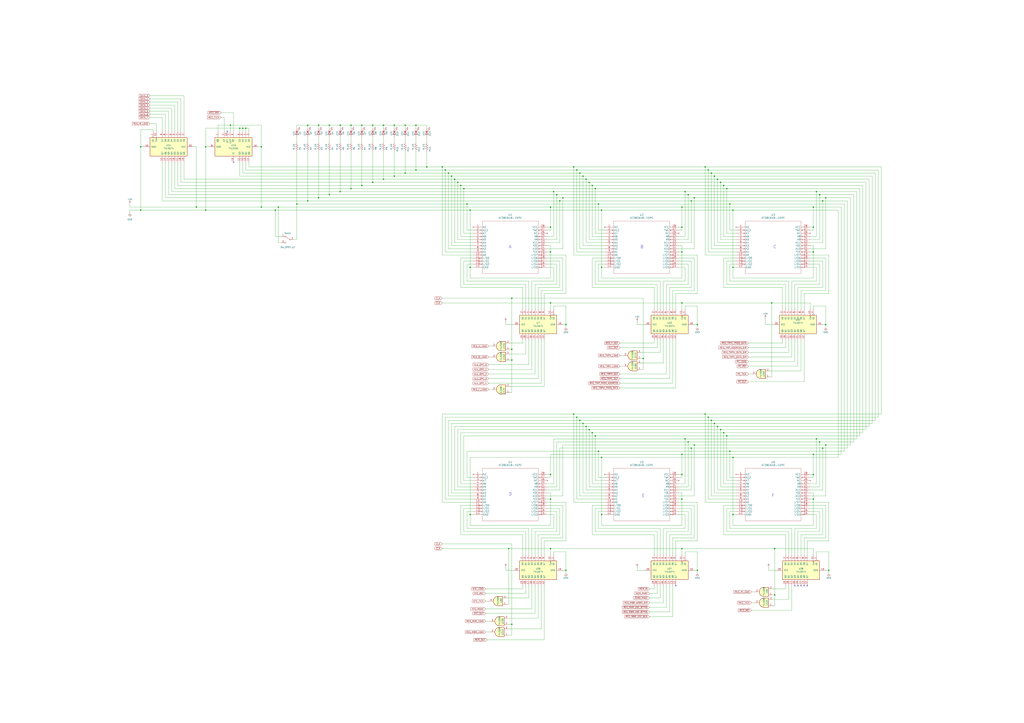
<source format=kicad_sch>
(kicad_sch (version 20230121) (generator eeschema)
  (paper "A1")
  (junction (at 457.2 160.02))
  (junction (at 570.23 162.56))
  (junction (at 476.25 142.24))
  (junction (at 196.85 105.41))
  (junction (at 594.36 355.6))
  (junction (at 668.02 207.01))
  (junction (at 332.74 142.24))
  (junction (at 288.29 154.94))
  (junction (at 478.79 144.78))
  (junction (at 420.37 295.91))
  (junction (at 478.79 347.98))
  (junction (at 560.07 248.92))
  (junction (at 323.85 144.78))
  (junction (at 314.96 102.87))
  (junction (at 565.15 160.02))
  (junction (at 483.87 353.06))
  (junction (at 279.4 157.48))
  (junction (at 471.17 137.16))
  (junction (at 420.37 513.08))
  (junction (at 601.98 172.72))
  (junction (at 560.07 186.69))
  (junction (at 452.12 186.69))
  (junction (at 452.12 450.85))
  (junction (at 528.32 294.64))
  (junction (at 581.66 139.7))
  (junction (at 464.82 266.7))
  (junction (at 288.29 102.87))
  (junction (at 464.82 468.63))
  (junction (at 452.12 410.21))
  (junction (at 243.84 167.64))
  (junction (at 584.2 142.24))
  (junction (at 386.08 422.91))
  (junction (at 261.62 102.87))
  (junction (at 252.73 102.87))
  (junction (at 452.12 248.92))
  (junction (at 420.37 287.02))
  (junction (at 373.38 147.32))
  (junction (at 306.07 149.86))
  (junction (at 601.98 422.91))
  (junction (at 562.61 157.48))
  (junction (at 579.12 137.16))
  (junction (at 678.18 162.56))
  (junction (at 596.9 154.94))
  (junction (at 584.2 345.44))
  (junction (at 161.29 170.18))
  (junction (at 488.95 154.94))
  (junction (at 491.49 167.64))
  (junction (at 473.71 139.7))
  (junction (at 473.71 342.9))
  (junction (at 226.06 172.72))
  (junction (at 381 154.94))
  (junction (at 314.96 147.32))
  (junction (at 297.18 152.4))
  (junction (at 341.63 139.7))
  (junction (at 454.66 157.48))
  (junction (at 591.82 149.86))
  (junction (at 636.27 450.85))
  (junction (at 417.83 450.85))
  (junction (at 670.56 360.68))
  (junction (at 386.08 219.71))
  (junction (at 633.73 248.92))
  (junction (at 675.64 368.3))
  (junction (at 365.76 139.7))
  (junction (at 189.23 102.87))
  (junction (at 494.03 172.72))
  (junction (at 668.02 373.38))
  (junction (at 214.63 170.18))
  (junction (at 306.07 102.87))
  (junction (at 581.66 342.9))
  (junction (at 452.12 389.89))
  (junction (at 488.95 358.14))
  (junction (at 572.77 266.7))
  (junction (at 386.08 172.72))
  (junction (at 350.52 137.16))
  (junction (at 668.02 170.18))
  (junction (at 459.74 165.1))
  (junction (at 560.07 373.38))
  (junction (at 375.92 149.86))
  (junction (at 579.12 340.36))
  (junction (at 168.91 172.72))
  (junction (at 586.74 347.98))
  (junction (at 668.02 389.89))
  (junction (at 601.98 375.92))
  (junction (at 199.39 105.41))
  (junction (at 332.74 102.87))
  (junction (at 670.56 157.48))
  (junction (at 494.03 219.71))
  (junction (at 494.03 422.91))
  (junction (at 567.69 368.3))
  (junction (at 599.44 370.84))
  (junction (at 589.28 350.52))
  (junction (at 562.61 360.68))
  (junction (at 115.57 172.72))
  (junction (at 589.28 147.32))
  (junction (at 494.03 375.92))
  (junction (at 252.73 165.1))
  (junction (at 486.41 355.6))
  (junction (at 567.69 165.1))
  (junction (at 471.17 340.36))
  (junction (at 420.37 245.11))
  (junction (at 370.84 144.78))
  (junction (at 586.74 144.78))
  (junction (at 594.36 152.4))
  (junction (at 279.4 102.87))
  (junction (at 452.12 170.18))
  (junction (at 560.07 410.21))
  (junction (at 560.07 389.89))
  (junction (at 270.51 160.02))
  (junction (at 565.15 363.22))
  (junction (at 596.9 358.14))
  (junction (at 481.33 350.52))
  (junction (at 483.87 149.86))
  (junction (at 560.07 450.85))
  (junction (at 214.63 120.65))
  (junction (at 462.28 162.56))
  (junction (at 591.82 353.06))
  (junction (at 636.27 488.95))
  (junction (at 572.77 468.63))
  (junction (at 668.02 410.21))
  (junction (at 476.25 345.44))
  (junction (at 168.91 120.65))
  (junction (at 481.33 147.32))
  (junction (at 570.23 365.76))
  (junction (at 228.6 170.18))
  (junction (at 363.22 137.16))
  (junction (at 261.62 162.56))
  (junction (at 675.64 165.1))
  (junction (at 486.41 152.4))
  (junction (at 680.72 468.63))
  (junction (at 341.63 102.87))
  (junction (at 601.98 219.71))
  (junction (at 668.02 186.69))
  (junction (at 270.51 102.87))
  (junction (at 323.85 102.87))
  (junction (at 560.07 207.01))
  (junction (at 383.54 167.64))
  (junction (at 678.18 365.76))
  (junction (at 673.1 160.02))
  (junction (at 673.1 363.22))
  (junction (at 368.3 142.24))
  (junction (at 452.12 207.01))
  (junction (at 201.93 105.41))
  (junction (at 491.49 370.84))
  (junction (at 378.46 152.4))
  (junction (at 678.18 266.7))
  (junction (at 560.07 170.18))
  (junction (at 297.18 102.87))
  (junction (at 599.44 167.64))
  (junction (at 115.57 120.65))
  (no_connect (at 660.4 481.33))
  (no_connect (at 662.94 481.33))
  (no_connect (at 186.69 107.95))
  (no_connect (at 655.32 481.33))
  (no_connect (at 657.86 481.33))
  (no_connect (at 554.99 481.33))
  (no_connect (at 191.77 133.35))
  (no_connect (at 652.78 481.33))
  (wire (pts (xy 401.32 314.96) (xy 444.5 314.96)))
  (wire (pts (xy 383.54 420.37) (xy 383.54 434.34)))
  (wire (pts (xy 123.19 88.9) (xy 140.97 88.9)))
  (wire (pts (xy 341.63 124.46) (xy 341.63 139.7)))
  (wire (pts (xy 449.58 400.05) (xy 457.2 400.05)))
  (wire (pts (xy 243.84 105.41) (xy 243.84 102.87)))
  (wire (pts (xy 388.62 189.23) (xy 383.54 189.23)))
  (wire (pts (xy 594.36 152.4) (xy 594.36 194.31)))
  (wire (pts (xy 133.35 107.95) (xy 133.35 96.52)))
  (wire (pts (xy 617.22 486.41) (xy 619.76 486.41)))
  (wire (pts (xy 604.52 209.55) (xy 579.12 209.55)))
  (wire (pts (xy 201.93 105.41) (xy 199.39 105.41)))
  (wire (pts (xy 381 436.88) (xy 431.8 436.88)))
  (wire (pts (xy 601.98 375.92) (xy 688.34 375.92)))
  (wire (pts (xy 363.22 447.04) (xy 420.37 447.04)))
  (wire (pts (xy 297.18 124.46) (xy 297.18 152.4)))
  (wire (pts (xy 496.57 394.97) (xy 488.95 394.97)))
  (wire (pts (xy 375.92 353.06) (xy 483.87 353.06)))
  (wire (pts (xy 562.61 254) (xy 562.61 251.46)))
  (wire (pts (xy 363.22 245.11) (xy 420.37 245.11)))
  (wire (pts (xy 401.32 311.15) (xy 441.96 311.15)))
  (wire (pts (xy 431.8 279.4) (xy 431.8 290.83)))
  (wire (pts (xy 306.07 116.84) (xy 306.07 113.03)))
  (wire (pts (xy 449.58 417.83) (xy 459.74 417.83)))
  (wire (pts (xy 547.37 233.68) (xy 547.37 254)))
  (wire (pts (xy 675.64 214.63) (xy 675.64 236.22)))
  (wire (pts (xy 449.58 415.29) (xy 462.28 415.29)))
  (wire (pts (xy 270.51 102.87) (xy 270.51 105.41)))
  (wire (pts (xy 533.4 483.87) (xy 537.21 483.87)))
  (wire (pts (xy 657.86 439.42) (xy 657.86 455.93)))
  (wire (pts (xy 419.1 287.02) (xy 420.37 287.02)))
  (wire (pts (xy 673.1 233.68) (xy 652.78 233.68)))
  (wire (pts (xy 191.77 107.95) (xy 191.77 92.71)))
  (wire (pts (xy 449.58 219.71) (xy 454.66 219.71)))
  (wire (pts (xy 586.74 347.98) (xy 716.28 347.98)))
  (wire (pts (xy 675.64 439.42) (xy 657.86 439.42)))
  (wire (pts (xy 647.7 279.4) (xy 647.7 289.56)))
  (wire (pts (xy 462.28 162.56) (xy 462.28 204.47)))
  (wire (pts (xy 635 483.87) (xy 645.16 483.87)))
  (wire (pts (xy 261.62 162.56) (xy 462.28 162.56)))
  (wire (pts (xy 488.95 417.83) (xy 488.95 436.88)))
  (wire (pts (xy 365.76 139.7) (xy 365.76 207.01)))
  (wire (pts (xy 261.62 102.87) (xy 261.62 105.41)))
  (wire (pts (xy 567.69 439.42) (xy 549.91 439.42)))
  (wire (pts (xy 491.49 231.14) (xy 542.29 231.14)))
  (wire (pts (xy 457.2 160.02) (xy 457.2 196.85)))
  (wire (pts (xy 509.27 314.96) (xy 552.45 314.96)))
  (wire (pts (xy 670.56 157.48) (xy 703.58 157.48)))
  (wire (pts (xy 673.1 217.17) (xy 673.1 233.68)))
  (wire (pts (xy 138.43 160.02) (xy 270.51 160.02)))
  (wire (pts (xy 434.34 481.33) (xy 434.34 491.49)))
  (wire (pts (xy 388.62 191.77) (xy 381 191.77)))
  (wire (pts (xy 106.68 167.64) (xy 106.68 170.18)))
  (wire (pts (xy 675.64 266.7) (xy 678.18 266.7)))
  (wire (pts (xy 581.66 342.9) (xy 721.36 342.9)))
  (wire (pts (xy 444.5 481.33) (xy 444.5 516.89)))
  (wire (pts (xy 388.62 201.93) (xy 370.84 201.93)))
  (wire (pts (xy 454.66 397.51) (xy 454.66 360.68)))
  (wire (pts (xy 464.82 453.39) (xy 454.66 453.39)))
  (wire (pts (xy 565.15 436.88) (xy 547.37 436.88)))
  (wire (pts (xy 628.65 261.62) (xy 628.65 266.7)))
  (wire (pts (xy 567.69 214.63) (xy 567.69 236.22)))
  (wire (pts (xy 478.79 347.98) (xy 586.74 347.98)))
  (wire (pts (xy 589.28 147.32) (xy 713.74 147.32)))
  (wire (pts (xy 370.84 144.78) (xy 478.79 144.78)))
  (wire (pts (xy 332.74 102.87) (xy 332.74 105.41)))
  (wire (pts (xy 721.36 139.7) (xy 721.36 342.9)))
  (wire (pts (xy 464.82 444.5) (xy 447.04 444.5)))
  (wire (pts (xy 701.04 160.02) (xy 701.04 363.22)))
  (wire (pts (xy 614.68 281.94) (xy 642.62 281.94)))
  (wire (pts (xy 383.54 167.64) (xy 383.54 189.23)))
  (wire (pts (xy 471.17 340.36) (xy 579.12 340.36)))
  (wire (pts (xy 123.19 93.98) (xy 135.89 93.98)))
  (wire (pts (xy 678.18 468.63) (xy 680.72 468.63)))
  (wire (pts (xy 572.77 468.63) (xy 572.77 453.39)))
  (wire (pts (xy 594.36 212.09) (xy 594.36 236.22)))
  (wire (pts (xy 650.24 231.14) (xy 670.56 231.14)))
  (wire (pts (xy 565.15 233.68) (xy 547.37 233.68)))
  (wire (pts (xy 596.9 436.88) (xy 647.7 436.88)))
  (wire (pts (xy 636.27 450.85) (xy 636.27 488.95)))
  (wire (pts (xy 665.48 194.31) (xy 670.56 194.31)))
  (wire (pts (xy 614.68 297.18) (xy 652.78 297.18)))
  (wire (pts (xy 243.84 116.84) (xy 243.84 113.03)))
  (wire (pts (xy 557.53 219.71) (xy 562.61 219.71)))
  (wire (pts (xy 557.53 217.17) (xy 565.15 217.17)))
  (wire (pts (xy 496.57 400.05) (xy 483.87 400.05)))
  (wire (pts (xy 226.06 194.31) (xy 231.14 194.31)))
  (wire (pts (xy 562.61 397.51) (xy 562.61 360.68)))
  (wire (pts (xy 604.52 212.09) (xy 594.36 212.09)))
  (wire (pts (xy 581.66 342.9) (xy 581.66 410.21)))
  (wire (pts (xy 688.34 172.72) (xy 688.34 375.92)))
  (wire (pts (xy 572.77 468.63) (xy 572.77 471.17)))
  (wire (pts (xy 398.78 500.38) (xy 436.88 500.38)))
  (wire (pts (xy 668.02 392.43) (xy 665.48 392.43)))
  (wire (pts (xy 554.99 241.3) (xy 554.99 254)))
  (wire (pts (xy 386.08 375.92) (xy 494.03 375.92)))
  (wire (pts (xy 665.48 204.47) (xy 678.18 204.47)))
  (wire (pts (xy 668.02 405.13) (xy 668.02 410.21)))
  (wire (pts (xy 604.52 400.05) (xy 591.82 400.05)))
  (wire (pts (xy 680.72 209.55) (xy 680.72 241.3)))
  (wire (pts (xy 678.18 415.29) (xy 678.18 441.96)))
  (wire (pts (xy 143.51 154.94) (xy 288.29 154.94)))
  (wire (pts (xy 297.18 152.4) (xy 378.46 152.4)))
  (wire (pts (xy 668.02 186.69) (xy 668.02 189.23)))
  (wire (pts (xy 270.51 160.02) (xy 457.2 160.02)))
  (wire (pts (xy 452.12 248.92) (xy 452.12 254)))
  (wire (pts (xy 494.03 422.91) (xy 494.03 431.8)))
  (wire (pts (xy 547.37 481.33) (xy 547.37 499.11)))
  (wire (pts (xy 642.62 236.22) (xy 642.62 254)))
  (wire (pts (xy 486.41 355.6) (xy 594.36 355.6)))
  (wire (pts (xy 350.52 137.16) (xy 363.22 137.16)))
  (wire (pts (xy 544.83 231.14) (xy 544.83 254)))
  (wire (pts (xy 441.96 481.33) (xy 441.96 508)))
  (wire (pts (xy 594.36 415.29) (xy 594.36 439.42)))
  (wire (pts (xy 599.44 167.64) (xy 693.42 167.64)))
  (wire (pts (xy 388.62 392.43) (xy 383.54 392.43)))
  (wire (pts (xy 449.58 402.59) (xy 459.74 402.59)))
  (wire (pts (xy 181.61 96.52) (xy 184.15 96.52)))
  (wire (pts (xy 537.21 439.42) (xy 537.21 455.93)))
  (wire (pts (xy 594.36 439.42) (xy 645.16 439.42)))
  (wire (pts (xy 647.7 231.14) (xy 647.7 254)))
  (wire (pts (xy 314.96 102.87) (xy 314.96 105.41)))
  (wire (pts (xy 488.95 154.94) (xy 596.9 154.94)))
  (wire (pts (xy 562.61 453.39) (xy 562.61 455.93)))
  (wire (pts (xy 401.32 299.72) (xy 434.34 299.72)))
  (wire (pts (xy 365.76 342.9) (xy 473.71 342.9)))
  (wire (pts (xy 123.19 78.74) (xy 151.13 78.74)))
  (wire (pts (xy 496.57 417.83) (xy 488.95 417.83)))
  (wire (pts (xy 614.68 307.34) (xy 617.22 307.34)))
  (wire (pts (xy 473.71 139.7) (xy 581.66 139.7)))
  (wire (pts (xy 388.62 204.47) (xy 368.3 204.47)))
  (wire (pts (xy 533.4 495.3) (xy 544.83 495.3)))
  (wire (pts (xy 447.04 444.5) (xy 447.04 455.93)))
  (wire (pts (xy 429.26 439.42) (xy 429.26 455.93)))
  (wire (pts (xy 604.52 392.43) (xy 599.44 392.43)))
  (wire (pts (xy 655.32 254) (xy 655.32 236.22)))
  (wire (pts (xy 401.32 284.48) (xy 403.86 284.48)))
  (wire (pts (xy 678.18 365.76) (xy 678.18 407.67)))
  (wire (pts (xy 509.27 311.15) (xy 549.91 311.15)))
  (wire (pts (xy 665.48 196.85) (xy 673.1 196.85)))
  (wire (pts (xy 539.75 279.4) (xy 539.75 285.75)))
  (wire (pts (xy 599.44 420.37) (xy 599.44 434.34)))
  (wire (pts (xy 375.92 149.86) (xy 483.87 149.86)))
  (wire (pts (xy 660.4 241.3) (xy 660.4 254)))
  (wire (pts (xy 429.26 481.33) (xy 429.26 483.87)))
  (wire (pts (xy 567.69 417.83) (xy 567.69 439.42)))
  (wire (pts (xy 365.76 139.7) (xy 341.63 139.7)))
  (wire (pts (xy 204.47 105.41) (xy 201.93 105.41)))
  (wire (pts (xy 601.98 172.72) (xy 601.98 219.71)))
  (wire (pts (xy 133.35 165.1) (xy 252.73 165.1)))
  (wire (pts (xy 464.82 266.7) (xy 464.82 251.46)))
  (wire (pts (xy 509.27 307.34) (xy 547.37 307.34)))
  (wire (pts (xy 496.57 214.63) (xy 488.95 214.63)))
  (wire (pts (xy 665.48 407.67) (xy 678.18 407.67)))
  (wire (pts (xy 523.24 466.09) (xy 523.24 468.63)))
  (wire (pts (xy 421.64 266.7) (xy 415.29 266.7)))
  (wire (pts (xy 449.58 194.31) (xy 454.66 194.31)))
  (wire (pts (xy 604.52 405.13) (xy 586.74 405.13)))
  (wire (pts (xy 557.53 199.39) (xy 567.69 199.39)))
  (wire (pts (xy 228.6 199.39) (xy 231.14 199.39)))
  (wire (pts (xy 549.91 481.33) (xy 549.91 502.92)))
  (wire (pts (xy 370.84 347.98) (xy 478.79 347.98)))
  (wire (pts (xy 115.57 106.68) (xy 125.73 106.68)))
  (wire (pts (xy 579.12 137.16) (xy 579.12 209.55)))
  (wire (pts (xy 454.66 453.39) (xy 454.66 455.93)))
  (wire (pts (xy 604.52 199.39) (xy 589.28 199.39)))
  (wire (pts (xy 631.19 466.09) (xy 631.19 468.63)))
  (wire (pts (xy 184.15 107.95) (xy 184.15 96.52)))
  (wire (pts (xy 201.93 133.35) (xy 201.93 139.7)))
  (wire (pts (xy 655.32 279.4) (xy 655.32 300.99)))
  (wire (pts (xy 138.43 133.35) (xy 138.43 160.02)))
  (wire (pts (xy 496.57 412.75) (xy 471.17 412.75)))
  (wire (pts (xy 332.74 116.84) (xy 332.74 113.03)))
  (wire (pts (xy 261.62 116.84) (xy 261.62 113.03)))
  (wire (pts (xy 417.83 508) (xy 441.96 508)))
  (wire (pts (xy 457.2 363.22) (xy 565.15 363.22)))
  (wire (pts (xy 462.28 266.7) (xy 464.82 266.7)))
  (wire (pts (xy 398.78 483.87) (xy 429.26 483.87)))
  (wire (pts (xy 708.66 152.4) (xy 708.66 355.6)))
  (wire (pts (xy 388.62 207.01) (xy 365.76 207.01)))
  (wire (pts (xy 678.18 266.7) (xy 678.18 251.46)))
  (wire (pts (xy 491.49 370.84) (xy 491.49 392.43)))
  (wire (pts (xy 449.58 201.93) (xy 452.12 201.93)))
  (wire (pts (xy 279.4 102.87) (xy 279.4 105.41)))
  (wire (pts (xy 496.57 415.29) (xy 486.41 415.29)))
  (wire (pts (xy 168.91 105.41) (xy 168.91 120.65)))
  (wire (pts (xy 604.52 397.51) (xy 594.36 397.51)))
  (wire (pts (xy 279.4 124.46) (xy 279.4 157.48)))
  (wire (pts (xy 557.53 407.67) (xy 570.23 407.67)))
  (wire (pts (xy 554.99 318.77) (xy 554.99 279.4)))
  (wire (pts (xy 161.29 170.18) (xy 214.63 170.18)))
  (wire (pts (xy 496.57 207.01) (xy 473.71 207.01)))
  (wire (pts (xy 560.07 405.13) (xy 560.07 410.21)))
  (wire (pts (xy 668.02 201.93) (xy 668.02 207.01)))
  (wire (pts (xy 675.64 368.3) (xy 695.96 368.3)))
  (wire (pts (xy 601.98 172.72) (xy 688.34 172.72)))
  (wire (pts (xy 567.69 368.3) (xy 675.64 368.3)))
  (wire (pts (xy 476.25 142.24) (xy 476.25 204.47)))
  (wire (pts (xy 449.58 186.69) (xy 452.12 186.69)))
  (wire (pts (xy 431.8 481.33) (xy 431.8 487.68)))
  (wire (pts (xy 601.98 422.91) (xy 601.98 431.8)))
  (wire (pts (xy 148.59 133.35) (xy 148.59 149.86)))
  (wire (pts (xy 650.24 501.65) (xy 617.22 501.65)))
  (wire (pts (xy 436.88 481.33) (xy 436.88 500.38)))
  (wire (pts (xy 388.62 194.31) (xy 378.46 194.31)))
  (wire (pts (xy 491.49 370.84) (xy 599.44 370.84)))
  (wire (pts (xy 562.61 231.14) (xy 544.83 231.14)))
  (wire (pts (xy 388.62 219.71) (xy 386.08 219.71)))
  (wire (pts (xy 572.77 412.75) (xy 557.53 412.75)))
  (wire (pts (xy 199.39 105.41) (xy 196.85 105.41)))
  (wire (pts (xy 464.82 266.7) (xy 464.82 269.24)))
  (wire (pts (xy 288.29 124.46) (xy 288.29 154.94)))
  (wire (pts (xy 441.96 236.22) (xy 441.96 254)))
  (wire (pts (xy 420.37 287.02) (xy 420.37 295.91)))
  (wire (pts (xy 557.53 397.51) (xy 562.61 397.51)))
  (wire (pts (xy 533.4 506.73) (xy 552.45 506.73)))
  (wire (pts (xy 557.53 389.89) (xy 560.07 389.89)))
  (wire (pts (xy 601.98 219.71) (xy 601.98 228.6)))
  (wire (pts (xy 457.2 420.37) (xy 457.2 436.88)))
  (wire (pts (xy 189.23 107.95) (xy 189.23 102.87)))
  (wire (pts (xy 599.44 231.14) (xy 647.7 231.14)))
  (wire (pts (xy 668.02 431.8) (xy 668.02 410.21)))
  (wire (pts (xy 680.72 444.5) (xy 680.72 412.75)))
  (wire (pts (xy 143.51 133.35) (xy 143.51 154.94)))
  (wire (pts (xy 381 233.68) (xy 431.8 233.68)))
  (wire (pts (xy 596.9 214.63) (xy 596.9 233.68)))
  (wire (pts (xy 363.22 340.36) (xy 471.17 340.36)))
  (wire (pts (xy 252.73 102.87) (xy 252.73 105.41)))
  (wire (pts (xy 488.95 214.63) (xy 488.95 233.68)))
  (wire (pts (xy 368.3 345.44) (xy 476.25 345.44)))
  (wire (pts (xy 527.05 294.64) (xy 528.32 294.64)))
  (wire (pts (xy 657.86 238.76) (xy 657.86 254)))
  (wire (pts (xy 140.97 157.48) (xy 279.4 157.48)))
  (wire (pts (xy 388.62 199.39) (xy 373.38 199.39)))
  (wire (pts (xy 552.45 279.4) (xy 552.45 314.96)))
  (wire (pts (xy 179.07 107.95) (xy 179.07 102.87)))
  (wire (pts (xy 542.29 481.33) (xy 542.29 491.49)))
  (wire (pts (xy 604.52 219.71) (xy 601.98 219.71)))
  (wire (pts (xy 675.64 417.83) (xy 675.64 439.42)))
  (wire (pts (xy 457.2 160.02) (xy 565.15 160.02)))
  (wire (pts (xy 452.12 201.93) (xy 452.12 207.01)))
  (wire (pts (xy 381 417.83) (xy 381 436.88)))
  (wire (pts (xy 447.04 241.3) (xy 447.04 254)))
  (wire (pts (xy 509.27 285.75) (xy 539.75 285.75)))
  (wire (pts (xy 151.13 147.32) (xy 314.96 147.32)))
  (wire (pts (xy 539.75 254) (xy 539.75 233.68)))
  (wire (pts (xy 118.11 120.65) (xy 115.57 120.65)))
  (wire (pts (xy 557.53 201.93) (xy 560.07 201.93)))
  (wire (pts (xy 363.22 450.85) (xy 417.83 450.85)))
  (wire (pts (xy 323.85 102.87) (xy 332.74 102.87)))
  (wire (pts (xy 635 266.7) (xy 628.65 266.7)))
  (wire (pts (xy 562.61 219.71) (xy 562.61 231.14)))
  (wire (pts (xy 533.4 499.11) (xy 547.37 499.11)))
  (wire (pts (xy 565.15 160.02) (xy 673.1 160.02)))
  (wire (pts (xy 483.87 149.86) (xy 591.82 149.86)))
  (wire (pts (xy 665.48 415.29) (xy 678.18 415.29)))
  (wire (pts (xy 449.58 389.89) (xy 452.12 389.89)))
  (wire (pts (xy 560.07 431.8) (xy 560.07 410.21)))
  (wire (pts (xy 637.54 468.63) (xy 631.19 468.63)))
  (wire (pts (xy 486.41 212.09) (xy 486.41 236.22)))
  (wire (pts (xy 594.36 236.22) (xy 642.62 236.22)))
  (wire (pts (xy 494.03 219.71) (xy 494.03 228.6)))
  (wire (pts (xy 449.58 217.17) (xy 457.2 217.17)))
  (wire (pts (xy 341.63 102.87) (xy 350.52 102.87)))
  (wire (pts (xy 471.17 137.16) (xy 471.17 209.55)))
  (wire (pts (xy 179.07 102.87) (xy 189.23 102.87)))
  (wire (pts (xy 378.46 415.29) (xy 378.46 439.42)))
  (wire (pts (xy 668.02 228.6) (xy 668.02 207.01)))
  (wire (pts (xy 214.63 120.65) (xy 214.63 170.18)))
  (wire (pts (xy 454.66 360.68) (xy 562.61 360.68)))
  (wire (pts (xy 572.77 209.55) (xy 572.77 241.3)))
  (wire (pts (xy 457.2 363.22) (xy 457.2 400.05)))
  (wire (pts (xy 547.37 436.88) (xy 547.37 455.93)))
  (wire (pts (xy 457.2 217.17) (xy 457.2 233.68)))
  (wire (pts (xy 665.48 186.69) (xy 668.02 186.69)))
  (wire (pts (xy 388.62 417.83) (xy 381 417.83)))
  (wire (pts (xy 668.02 455.93) (xy 668.02 450.85)))
  (wire (pts (xy 483.87 353.06) (xy 591.82 353.06)))
  (wire (pts (xy 614.68 300.99) (xy 655.32 300.99)))
  (wire (pts (xy 454.66 251.46) (xy 454.66 254)))
  (wire (pts (xy 388.62 405.13) (xy 370.84 405.13)))
  (wire (pts (xy 123.19 83.82) (xy 146.05 83.82)))
  (wire (pts (xy 436.88 434.34) (xy 436.88 455.93)))
  (wire (pts (xy 675.64 368.3) (xy 675.64 402.59)))
  (wire (pts (xy 680.72 468.63) (xy 680.72 471.17)))
  (wire (pts (xy 570.23 212.09) (xy 570.23 238.76)))
  (wire (pts (xy 449.58 397.51) (xy 454.66 397.51)))
  (wire (pts (xy 138.43 91.44) (xy 138.43 107.95)))
  (wire (pts (xy 599.44 434.34) (xy 650.24 434.34)))
  (wire (pts (xy 488.95 358.14) (xy 596.9 358.14)))
  (wire (pts (xy 549.91 279.4) (xy 549.91 311.15)))
  (wire (pts (xy 125.73 106.68) (xy 125.73 107.95)))
  (wire (pts (xy 599.44 370.84) (xy 693.42 370.84)))
  (wire (pts (xy 678.18 212.09) (xy 678.18 238.76)))
  (wire (pts (xy 279.4 157.48) (xy 454.66 157.48)))
  (wire (pts (xy 243.84 167.64) (xy 243.84 196.85)))
  (wire (pts (xy 544.83 434.34) (xy 562.61 434.34)))
  (wire (pts (xy 570.23 365.76) (xy 570.23 407.67)))
  (wire (pts (xy 228.6 170.18) (xy 228.6 199.39)))
  (wire (pts (xy 565.15 363.22) (xy 565.15 400.05)))
  (wire (pts (xy 591.82 149.86) (xy 711.2 149.86)))
  (wire (pts (xy 633.73 248.92) (xy 633.73 309.88)))
  (wire (pts (xy 668.02 410.21) (xy 665.48 410.21)))
  (wire (pts (xy 201.93 105.41) (xy 201.93 107.95)))
  (wire (pts (xy 151.13 107.95) (xy 151.13 78.74)))
  (wire (pts (xy 388.62 410.21) (xy 365.76 410.21)))
  (wire (pts (xy 549.91 439.42) (xy 549.91 455.93)))
  (wire (pts (xy 673.1 160.02) (xy 673.1 196.85)))
  (wire (pts (xy 565.15 160.02) (xy 565.15 196.85)))
  (wire (pts (xy 341.63 102.87) (xy 341.63 105.41)))
  (wire (pts (xy 509.27 318.77) (xy 554.99 318.77)))
  (wire (pts (xy 464.82 209.55) (xy 464.82 241.3)))
  (wire (pts (xy 496.57 204.47) (xy 476.25 204.47)))
  (wire (pts (xy 567.69 165.1) (xy 567.69 199.39)))
  (wire (pts (xy 645.16 481.33) (xy 645.16 483.87)))
  (wire (pts (xy 365.76 342.9) (xy 365.76 410.21)))
  (wire (pts (xy 539.75 436.88) (xy 539.75 455.93)))
  (wire (pts (xy 557.53 196.85) (xy 565.15 196.85)))
  (wire (pts (xy 459.74 368.3) (xy 459.74 402.59)))
  (wire (pts (xy 570.23 162.56) (xy 570.23 204.47)))
  (wire (pts (xy 665.48 219.71) (xy 670.56 219.71)))
  (wire (pts (xy 665.48 199.39) (xy 675.64 199.39)))
  (wire (pts (xy 459.74 236.22) (xy 441.96 236.22)))
  (wire (pts (xy 368.3 142.24) (xy 332.74 142.24)))
  (wire (pts (xy 670.56 219.71) (xy 670.56 231.14)))
  (wire (pts (xy 386.08 375.92) (xy 386.08 422.91)))
  (wire (pts (xy 128.27 107.95) (xy 128.27 101.6)))
  (wire (pts (xy 680.72 468.63) (xy 680.72 453.39)))
  (wire (pts (xy 604.52 194.31) (xy 594.36 194.31)))
  (wire (pts (xy 678.18 266.7) (xy 678.18 269.24)))
  (wire (pts (xy 570.23 266.7) (xy 572.77 266.7)))
  (wire (pts (xy 444.5 441.96) (xy 444.5 455.93)))
  (wire (pts (xy 584.2 345.44) (xy 584.2 407.67)))
  (wire (pts (xy 557.53 417.83) (xy 567.69 417.83)))
  (wire (pts (xy 723.9 137.16) (xy 723.9 340.36)))
  (wire (pts (xy 673.1 363.22) (xy 701.04 363.22)))
  (wire (pts (xy 537.21 279.4) (xy 537.21 281.94)))
  (wire (pts (xy 579.12 340.36) (xy 723.9 340.36)))
  (wire (pts (xy 449.58 422.91) (xy 454.66 422.91)))
  (wire (pts (xy 288.29 102.87) (xy 288.29 105.41)))
  (wire (pts (xy 557.53 422.91) (xy 562.61 422.91)))
  (wire (pts (xy 496.57 209.55) (xy 471.17 209.55)))
  (wire (pts (xy 596.9 154.94) (xy 706.12 154.94)))
  (wire (pts (xy 488.95 436.88) (xy 539.75 436.88)))
  (wire (pts (xy 491.49 434.34) (xy 542.29 434.34)))
  (wire (pts (xy 375.92 353.06) (xy 375.92 400.05)))
  (wire (pts (xy 462.28 415.29) (xy 462.28 441.96)))
  (wire (pts (xy 140.97 107.95) (xy 140.97 88.9)))
  (wire (pts (xy 572.77 444.5) (xy 572.77 412.75)))
  (wire (pts (xy 158.75 120.65) (xy 161.29 120.65)))
  (wire (pts (xy 668.02 170.18) (xy 690.88 170.18)))
  (wire (pts (xy 449.58 196.85) (xy 457.2 196.85)))
  (wire (pts (xy 673.1 436.88) (xy 655.32 436.88)))
  (wire (pts (xy 288.29 154.94) (xy 381 154.94)))
  (wire (pts (xy 572.77 453.39) (xy 562.61 453.39)))
  (wire (pts (xy 668.02 373.38) (xy 690.88 373.38)))
  (wire (pts (xy 204.47 137.16) (xy 350.52 137.16)))
  (wire (pts (xy 542.29 254) (xy 542.29 231.14)))
  (wire (pts (xy 496.57 405.13) (xy 478.79 405.13)))
  (wire (pts (xy 567.69 165.1) (xy 675.64 165.1)))
  (wire (pts (xy 665.48 420.37) (xy 673.1 420.37)))
  (wire (pts (xy 243.84 167.64) (xy 383.54 167.64)))
  (wire (pts (xy 252.73 124.46) (xy 252.73 165.1)))
  (wire (pts (xy 668.02 373.38) (xy 668.02 389.89)))
  (wire (pts (xy 539.75 481.33) (xy 539.75 487.68)))
  (wire (pts (xy 509.27 281.94) (xy 537.21 281.94)))
  (wire (pts (xy 452.12 392.43) (xy 449.58 392.43)))
  (wire (pts (xy 429.26 279.4) (xy 429.26 281.94)))
  (wire (pts (xy 604.52 191.77) (xy 596.9 191.77)))
  (wire (pts (xy 483.87 353.06) (xy 483.87 400.05)))
  (wire (pts (xy 617.22 495.3) (xy 619.76 495.3)))
  (wire (pts (xy 388.62 394.97) (xy 381 394.97)))
  (wire (pts (xy 341.63 116.84) (xy 341.63 113.03)))
  (wire (pts (xy 670.56 194.31) (xy 670.56 157.48)))
  (wire (pts (xy 486.41 152.4) (xy 594.36 152.4)))
  (wire (pts (xy 509.27 300.99) (xy 511.81 300.99)))
  (wire (pts (xy 370.84 144.78) (xy 323.85 144.78)))
  (wire (pts (xy 398.78 519.43) (xy 402.59 519.43)))
  (wire (pts (xy 452.12 389.89) (xy 452.12 392.43)))
  (wire (pts (xy 454.66 194.31) (xy 454.66 157.48)))
  (wire (pts (xy 668.02 450.85) (xy 636.27 450.85)))
  (wire (pts (xy 665.48 217.17) (xy 673.1 217.17)))
  (wire (pts (xy 462.28 365.76) (xy 570.23 365.76)))
  (wire (pts (xy 562.61 360.68) (xy 670.56 360.68)))
  (wire (pts (xy 386.08 228.6) (xy 452.12 228.6)))
  (wire (pts (xy 560.07 170.18) (xy 668.02 170.18)))
  (wire (pts (xy 444.5 516.89) (xy 417.83 516.89)))
  (wire (pts (xy 368.3 142.24) (xy 476.25 142.24)))
  (wire (pts (xy 471.17 137.16) (xy 579.12 137.16)))
  (wire (pts (xy 560.07 248.92) (xy 633.73 248.92)))
  (wire (pts (xy 452.12 207.01) (xy 449.58 207.01)))
  (wire (pts (xy 332.74 124.46) (xy 332.74 142.24)))
  (wire (pts (xy 599.44 370.84) (xy 599.44 392.43)))
  (wire (pts (xy 378.46 355.6) (xy 486.41 355.6)))
  (wire (pts (xy 378.46 236.22) (xy 429.26 236.22)))
  (wire (pts (xy 419.1 281.94) (xy 429.26 281.94)))
  (wire (pts (xy 670.56 360.68) (xy 703.58 360.68)))
  (wire (pts (xy 452.12 405.13) (xy 452.12 410.21)))
  (wire (pts (xy 436.88 231.14) (xy 436.88 254)))
  (wire (pts (xy 464.82 468.63) (xy 464.82 471.17)))
  (wire (pts (xy 388.62 402.59) (xy 373.38 402.59)))
  (wire (pts (xy 401.32 320.04) (xy 403.86 320.04)))
  (wire (pts (xy 645.16 439.42) (xy 645.16 455.93)))
  (wire (pts (xy 270.51 102.87) (xy 279.4 102.87)))
  (wire (pts (xy 496.57 194.31) (xy 486.41 194.31)))
  (wire (pts (xy 420.37 513.08) (xy 420.37 521.97)))
  (wire (pts (xy 533.4 502.92) (xy 549.91 502.92)))
  (wire (pts (xy 436.88 434.34) (xy 454.66 434.34)))
  (wire (pts (xy 444.5 238.76) (xy 444.5 254)))
  (wire (pts (xy 449.58 214.63) (xy 459.74 214.63)))
  (wire (pts (xy 363.22 248.92) (xy 452.12 248.92)))
  (wire (pts (xy 542.29 434.34) (xy 542.29 455.93)))
  (wire (pts (xy 486.41 439.42) (xy 537.21 439.42)))
  (wire (pts (xy 436.88 231.14) (xy 454.66 231.14)))
  (wire (pts (xy 439.42 233.68) (xy 439.42 254)))
  (wire (pts (xy 560.07 410.21) (xy 557.53 410.21)))
  (wire (pts (xy 199.39 133.35) (xy 199.39 142.24)))
  (wire (pts (xy 452.12 186.69) (xy 452.12 189.23)))
  (wire (pts (xy 665.48 201.93) (xy 668.02 201.93)))
  (wire (pts (xy 570.23 468.63) (xy 572.77 468.63)))
  (wire (pts (xy 332.74 102.87) (xy 341.63 102.87)))
  (wire (pts (xy 473.71 342.9) (xy 473.71 410.21)))
  (wire (pts (xy 560.07 450.85) (xy 560.07 455.93)))
  (wire (pts (xy 297.18 102.87) (xy 297.18 105.41)))
  (wire (pts (xy 441.96 279.4) (xy 441.96 311.15)))
  (wire (pts (xy 604.52 189.23) (xy 599.44 189.23)))
  (wire (pts (xy 633.73 309.88) (xy 632.46 309.88)))
  (wire (pts (xy 388.62 422.91) (xy 386.08 422.91)))
  (wire (pts (xy 398.78 487.68) (xy 431.8 487.68)))
  (wire (pts (xy 523.24 264.16) (xy 523.24 266.7)))
  (wire (pts (xy 596.9 417.83) (xy 596.9 436.88)))
  (wire (pts (xy 378.46 439.42) (xy 429.26 439.42)))
  (wire (pts (xy 252.73 165.1) (xy 459.74 165.1)))
  (wire (pts (xy 481.33 147.32) (xy 589.28 147.32)))
  (wire (pts (xy 604.52 207.01) (xy 581.66 207.01)))
  (wire (pts (xy 464.82 412.75) (xy 449.58 412.75)))
  (wire (pts (xy 650.24 279.4) (xy 650.24 293.37)))
  (wire (pts (xy 350.52 124.46) (xy 350.52 137.16)))
  (wire (pts (xy 123.19 91.44) (xy 138.43 91.44)))
  (wire (pts (xy 452.12 373.38) (xy 560.07 373.38)))
  (wire (pts (xy 252.73 102.87) (xy 261.62 102.87)))
  (wire (pts (xy 496.57 410.21) (xy 473.71 410.21)))
  (wire (pts (xy 601.98 431.8) (xy 668.02 431.8)))
  (wire (pts (xy 462.28 365.76) (xy 462.28 407.67)))
  (wire (pts (xy 604.52 402.59) (xy 589.28 402.59)))
  (wire (pts (xy 655.32 436.88) (xy 655.32 455.93)))
  (wire (pts (xy 370.84 144.78) (xy 370.84 201.93)))
  (wire (pts (xy 420.37 447.04) (xy 420.37 513.08)))
  (wire (pts (xy 388.62 420.37) (xy 383.54 420.37)))
  (wire (pts (xy 452.12 431.8) (xy 452.12 410.21)))
  (wire (pts (xy 212.09 120.65) (xy 214.63 120.65)))
  (wire (pts (xy 462.28 441.96) (xy 444.5 441.96)))
  (wire (pts (xy 599.44 167.64) (xy 599.44 189.23)))
  (wire (pts (xy 441.96 439.42) (xy 441.96 455.93)))
  (wire (pts (xy 570.23 441.96) (xy 552.45 441.96)))
  (wire (pts (xy 660.4 279.4) (xy 660.4 313.69)))
  (wire (pts (xy 288.29 102.87) (xy 297.18 102.87)))
  (wire (pts (xy 665.48 422.91) (xy 670.56 422.91)))
  (wire (pts (xy 449.58 212.09) (xy 462.28 212.09)))
  (wire (pts (xy 420.37 295.91) (xy 420.37 322.58)))
  (wire (pts (xy 562.61 251.46) (xy 572.77 251.46)))
  (wire (pts (xy 381 154.94) (xy 488.95 154.94)))
  (wire (pts (xy 713.74 147.32) (xy 713.74 350.52)))
  (wire (pts (xy 383.54 167.64) (xy 491.49 167.64)))
  (wire (pts (xy 581.66 139.7) (xy 721.36 139.7)))
  (wire (pts (xy 645.16 254) (xy 645.16 233.68)))
  (wire (pts (xy 636.27 488.95) (xy 636.27 497.84)))
  (wire (pts (xy 604.52 415.29) (xy 594.36 415.29)))
  (wire (pts (xy 151.13 133.35) (xy 151.13 147.32)))
  (wire (pts (xy 604.52 214.63) (xy 596.9 214.63)))
  (wire (pts (xy 115.57 120.65) (xy 115.57 172.72)))
  (wire (pts (xy 560.07 201.93) (xy 560.07 207.01)))
  (wire (pts (xy 554.99 241.3) (xy 572.77 241.3)))
  (wire (pts (xy 557.53 405.13) (xy 560.07 405.13)))
  (wire (pts (xy 549.91 236.22) (xy 567.69 236.22)))
  (wire (pts (xy 549.91 254) (xy 549.91 236.22)))
  (wire (pts (xy 668.02 251.46) (xy 668.02 254)))
  (wire (pts (xy 196.85 144.78) (xy 323.85 144.78)))
  (wire (pts (xy 388.62 412.75) (xy 363.22 412.75)))
  (wire (pts (xy 496.57 407.67) (xy 476.25 407.67)))
  (wire (pts (xy 226.06 172.72) (xy 226.06 194.31)))
  (wire (pts (xy 589.28 350.52) (xy 589.28 402.59)))
  (wire (pts (xy 199.39 105.41) (xy 199.39 107.95)))
  (wire (pts (xy 496.57 392.43) (xy 491.49 392.43)))
  (wire (pts (xy 401.32 307.34) (xy 439.42 307.34)))
  (wire (pts (xy 478.79 347.98) (xy 478.79 405.13)))
  (wire (pts (xy 690.88 170.18) (xy 690.88 373.38)))
  (wire (pts (xy 488.95 358.14) (xy 488.95 394.97)))
  (wire (pts (xy 168.91 120.65) (xy 168.91 172.72)))
  (wire (pts (xy 537.21 481.33) (xy 537.21 483.87)))
  (wire (pts (xy 288.29 116.84) (xy 288.29 113.03)))
  (wire (pts (xy 678.18 251.46) (xy 668.02 251.46)))
  (wire (pts (xy 542.29 289.56) (xy 527.05 289.56)))
  (wire (pts (xy 557.53 214.63) (xy 567.69 214.63)))
  (wire (pts (xy 452.12 170.18) (xy 560.07 170.18)))
  (wire (pts (xy 386.08 219.71) (xy 386.08 228.6)))
  (wire (pts (xy 314.96 124.46) (xy 314.96 147.32)))
  (wire (pts (xy 604.52 204.47) (xy 584.2 204.47)))
  (wire (pts (xy 388.62 415.29) (xy 378.46 415.29)))
  (wire (pts (xy 594.36 355.6) (xy 708.66 355.6)))
  (wire (pts (xy 642.62 279.4) (xy 642.62 281.94)))
  (wire (pts (xy 579.12 340.36) (xy 579.12 412.75)))
  (wire (pts (xy 673.1 420.37) (xy 673.1 436.88)))
  (wire (pts (xy 509.27 292.1) (xy 511.81 292.1)))
  (wire (pts (xy 486.41 415.29) (xy 486.41 439.42)))
  (wire (pts (xy 604.52 196.85) (xy 591.82 196.85)))
  (wire (pts (xy 388.62 407.67) (xy 368.3 407.67)))
  (wire (pts (xy 378.46 152.4) (xy 486.41 152.4)))
  (wire (pts (xy 464.82 468.63) (xy 464.82 453.39)))
  (wire (pts (xy 678.18 441.96) (xy 660.4 441.96)))
  (wire (pts (xy 123.19 81.28) (xy 148.59 81.28)))
  (wire (pts (xy 586.74 347.98) (xy 586.74 405.13)))
  (wire (pts (xy 462.28 162.56) (xy 570.23 162.56)))
  (wire (pts (xy 680.72 412.75) (xy 665.48 412.75)))
  (wire (pts (xy 665.48 397.51) (xy 670.56 397.51)))
  (wire (pts (xy 594.36 355.6) (xy 594.36 397.51)))
  (wire (pts (xy 146.05 133.35) (xy 146.05 152.4)))
  (wire (pts (xy 201.93 139.7) (xy 341.63 139.7)))
  (wire (pts (xy 135.89 162.56) (xy 261.62 162.56)))
  (wire (pts (xy 363.22 137.16) (xy 471.17 137.16)))
  (wire (pts (xy 452.12 450.85) (xy 560.07 450.85)))
  (wire (pts (xy 439.42 481.33) (xy 439.42 504.19)))
  (wire (pts (xy 464.82 444.5) (xy 464.82 412.75)))
  (wire (pts (xy 557.53 209.55) (xy 572.77 209.55)))
  (wire (pts (xy 557.53 204.47) (xy 570.23 204.47)))
  (wire (pts (xy 436.88 279.4) (xy 436.88 303.53)))
  (wire (pts (xy 572.77 251.46) (xy 572.77 266.7)))
  (wire (pts (xy 306.07 124.46) (xy 306.07 149.86)))
  (wire (pts (xy 599.44 217.17) (xy 599.44 231.14)))
  (wire (pts (xy 670.56 422.91) (xy 670.56 434.34)))
  (wire (pts (xy 614.68 285.75) (xy 645.16 285.75)))
  (wire (pts (xy 668.02 189.23) (xy 665.48 189.23)))
  (wire (pts (xy 650.24 434.34) (xy 650.24 455.93)))
  (wire (pts (xy 604.52 420.37) (xy 599.44 420.37)))
  (wire (pts (xy 148.59 81.28) (xy 148.59 107.95)))
  (wire (pts (xy 226.06 172.72) (xy 386.08 172.72)))
  (wire (pts (xy 652.78 233.68) (xy 652.78 254)))
  (wire (pts (xy 434.34 434.34) (xy 434.34 455.93)))
  (wire (pts (xy 168.91 172.72) (xy 226.06 172.72)))
  (wire (pts (xy 464.82 251.46) (xy 454.66 251.46)))
  (wire (pts (xy 567.69 368.3) (xy 567.69 402.59)))
  (wire (pts (xy 431.8 436.88) (xy 431.8 455.93)))
  (wire (pts (xy 261.62 102.87) (xy 270.51 102.87)))
  (wire (pts (xy 464.82 241.3) (xy 447.04 241.3)))
  (wire (pts (xy 452.12 373.38) (xy 452.12 389.89)))
  (wire (pts (xy 494.03 431.8) (xy 560.07 431.8)))
  (wire (pts (xy 459.74 165.1) (xy 567.69 165.1)))
  (wire (pts (xy 662.94 444.5) (xy 680.72 444.5)))
  (wire (pts (xy 481.33 350.52) (xy 481.33 402.59)))
  (wire (pts (xy 214.63 170.18) (xy 228.6 170.18)))
  (wire (pts (xy 462.28 468.63) (xy 464.82 468.63)))
  (wire (pts (xy 204.47 107.95) (xy 204.47 105.41)))
  (wire (pts (xy 196.85 133.35) (xy 196.85 144.78)))
  (wire (pts (xy 584.2 142.24) (xy 584.2 204.47)))
  (wire (pts (xy 459.74 214.63) (xy 459.74 236.22)))
  (wire (pts (xy 542.29 279.4) (xy 542.29 289.56)))
  (wire (pts (xy 698.5 162.56) (xy 698.5 365.76)))
  (wire (pts (xy 557.53 212.09) (xy 570.23 212.09)))
  (wire (pts (xy 459.74 439.42) (xy 441.96 439.42)))
  (wire (pts (xy 314.96 147.32) (xy 373.38 147.32)))
  (wire (pts (xy 560.07 189.23) (xy 557.53 189.23)))
  (wire (pts (xy 604.52 417.83) (xy 596.9 417.83)))
  (wire (pts (xy 614.68 289.56) (xy 647.7 289.56)))
  (wire (pts (xy 454.66 422.91) (xy 454.66 434.34)))
  (wire (pts (xy 388.62 212.09) (xy 378.46 212.09)))
  (wire (pts (xy 373.38 350.52) (xy 373.38 402.59)))
  (wire (pts (xy 481.33 147.32) (xy 481.33 199.39)))
  (wire (pts (xy 323.85 116.84) (xy 323.85 113.03)))
  (wire (pts (xy 647.7 481.33) (xy 647.7 492.76)))
  (wire (pts (xy 401.32 293.37) (xy 403.86 293.37)))
  (wire (pts (xy 297.18 102.87) (xy 306.07 102.87)))
  (wire (pts (xy 494.03 172.72) (xy 601.98 172.72)))
  (wire (pts (xy 199.39 142.24) (xy 332.74 142.24)))
  (wire (pts (xy 589.28 350.52) (xy 713.74 350.52)))
  (wire (pts (xy 547.37 279.4) (xy 547.37 307.34)))
  (wire (pts (xy 476.25 345.44) (xy 584.2 345.44)))
  (wire (pts (xy 171.45 120.65) (xy 168.91 120.65)))
  (wire (pts (xy 557.53 415.29) (xy 570.23 415.29)))
  (wire (pts (xy 381 358.14) (xy 488.95 358.14)))
  (wire (pts (xy 496.57 191.77) (xy 488.95 191.77)))
  (wire (pts (xy 604.52 410.21) (xy 581.66 410.21)))
  (wire (pts (xy 488.95 154.94) (xy 488.95 191.77)))
  (wire (pts (xy 572.77 266.7) (xy 572.77 269.24)))
  (wire (pts (xy 196.85 105.41) (xy 168.91 105.41)))
  (wire (pts (xy 604.52 422.91) (xy 601.98 422.91)))
  (wire (pts (xy 665.48 214.63) (xy 675.64 214.63)))
  (wire (pts (xy 557.53 194.31) (xy 562.61 194.31)))
  (wire (pts (xy 306.07 149.86) (xy 375.92 149.86)))
  (wire (pts (xy 665.48 248.92) (xy 633.73 248.92)))
  (wire (pts (xy 459.74 368.3) (xy 567.69 368.3)))
  (wire (pts (xy 486.41 236.22) (xy 537.21 236.22)))
  (wire (pts (xy 378.46 355.6) (xy 378.46 397.51)))
  (wire (pts (xy 439.42 279.4) (xy 439.42 307.34)))
  (wire (pts (xy 449.58 420.37) (xy 457.2 420.37)))
  (wire (pts (xy 533.4 491.49) (xy 542.29 491.49)))
  (wire (pts (xy 243.84 196.85) (xy 241.3 196.85)))
  (wire (pts (xy 279.4 102.87) (xy 288.29 102.87)))
  (wire (pts (xy 604.52 407.67) (xy 584.2 407.67)))
  (wire (pts (xy 557.53 186.69) (xy 560.07 186.69)))
  (wire (pts (xy 459.74 165.1) (xy 459.74 199.39)))
  (wire (pts (xy 662.94 444.5) (xy 662.94 455.93)))
  (wire (pts (xy 565.15 217.17) (xy 565.15 233.68)))
  (wire (pts (xy 496.57 189.23) (xy 491.49 189.23)))
  (wire (pts (xy 591.82 353.06) (xy 711.2 353.06)))
  (wire (pts (xy 579.12 137.16) (xy 723.9 137.16)))
  (wire (pts (xy 695.96 165.1) (xy 695.96 368.3)))
  (wire (pts (xy 581.66 139.7) (xy 581.66 207.01)))
  (wire (pts (xy 665.48 402.59) (xy 675.64 402.59)))
  (wire (pts (xy 650.24 254) (xy 650.24 231.14)))
  (wire (pts (xy 591.82 353.06) (xy 591.82 400.05)))
  (wire (pts (xy 596.9 358.14) (xy 596.9 394.97)))
  (wire (pts (xy 706.12 154.94) (xy 706.12 358.14)))
  (wire (pts (xy 652.78 279.4) (xy 652.78 297.18)))
  (wire (pts (xy 447.04 279.4) (xy 447.04 317.5)))
  (wire (pts (xy 123.19 101.6) (xy 128.27 101.6)))
  (wire (pts (xy 398.78 504.19) (xy 439.42 504.19)))
  (wire (pts (xy 486.41 152.4) (xy 486.41 194.31)))
  (wire (pts (xy 452.12 170.18) (xy 452.12 186.69)))
  (wire (pts (xy 115.57 120.65) (xy 115.57 106.68)))
  (wire (pts (xy 496.57 217.17) (xy 491.49 217.17)))
  (wire (pts (xy 668.02 389.89) (xy 668.02 392.43)))
  (wire (pts (xy 496.57 212.09) (xy 486.41 212.09)))
  (wire (pts (xy 439.42 436.88) (xy 439.42 455.93)))
  (wire (pts (xy 420.37 513.08) (xy 417.83 513.08)))
  (wire (pts (xy 388.62 209.55) (xy 363.22 209.55)))
  (wire (pts (xy 496.57 196.85) (xy 483.87 196.85)))
  (wire (pts (xy 386.08 422.91) (xy 386.08 431.8)))
  (wire (pts (xy 560.07 170.18) (xy 560.07 186.69)))
  (wire (pts (xy 496.57 402.59) (xy 481.33 402.59)))
  (wire (pts (xy 491.49 217.17) (xy 491.49 231.14)))
  (wire (pts (xy 675.64 165.1) (xy 695.96 165.1)))
  (wire (pts (xy 544.83 481.33) (xy 544.83 495.3)))
  (wire (pts (xy 106.68 170.18) (xy 161.29 170.18)))
  (wire (pts (xy 388.62 214.63) (xy 381 214.63)))
  (wire (pts (xy 473.71 342.9) (xy 581.66 342.9)))
  (wire (pts (xy 106.68 172.72) (xy 106.68 175.26)))
  (wire (pts (xy 665.48 400.05) (xy 673.1 400.05)))
  (wire (pts (xy 449.58 407.67) (xy 462.28 407.67)))
  (wire (pts (xy 647.7 492.76) (xy 635 492.76)))
  (wire (pts (xy 560.07 373.38) (xy 668.02 373.38)))
  (wire (pts (xy 537.21 254) (xy 537.21 236.22)))
  (wire (pts (xy 650.24 481.33) (xy 650.24 501.65)))
  (wire (pts (xy 421.64 468.63) (xy 415.29 468.63)))
  (wire (pts (xy 604.52 412.75) (xy 579.12 412.75)))
  (wire (pts (xy 481.33 350.52) (xy 589.28 350.52)))
  (wire (pts (xy 604.52 217.17) (xy 599.44 217.17)))
  (wire (pts (xy 388.62 196.85) (xy 375.92 196.85)))
  (wire (pts (xy 381 214.63) (xy 381 233.68)))
  (wire (pts (xy 716.28 144.78) (xy 716.28 347.98)))
  (wire (pts (xy 528.32 245.11) (xy 528.32 294.64)))
  (wire (pts (xy 452.12 410.21) (xy 449.58 410.21)))
  (wire (pts (xy 554.99 444.5) (xy 554.99 455.93)))
  (wire (pts (xy 596.9 154.94) (xy 596.9 191.77)))
  (wire (pts (xy 668.02 207.01) (xy 665.48 207.01)))
  (wire (pts (xy 557.53 420.37) (xy 565.15 420.37)))
  (wire (pts (xy 449.58 209.55) (xy 464.82 209.55)))
  (wire (pts (xy 417.83 450.85) (xy 417.83 496.57)))
  (wire (pts (xy 452.12 189.23) (xy 449.58 189.23)))
  (wire (pts (xy 279.4 116.84) (xy 279.4 113.03)))
  (wire (pts (xy 386.08 431.8) (xy 452.12 431.8)))
  (wire (pts (xy 297.18 116.84) (xy 297.18 113.03)))
  (wire (pts (xy 388.62 217.17) (xy 383.54 217.17)))
  (wire (pts (xy 494.03 172.72) (xy 494.03 219.71)))
  (wire (pts (xy 565.15 420.37) (xy 565.15 436.88)))
  (wire (pts (xy 415.29 264.16) (xy 415.29 266.7)))
  (wire (pts (xy 401.32 303.53) (xy 436.88 303.53)))
  (wire (pts (xy 560.07 373.38) (xy 560.07 389.89)))
  (wire (pts (xy 601.98 375.92) (xy 601.98 422.91)))
  (wire (pts (xy 496.57 219.71) (xy 494.03 219.71)))
  (wire (pts (xy 140.97 133.35) (xy 140.97 157.48)))
  (wire (pts (xy 363.22 137.16) (xy 363.22 209.55)))
  (wire (pts (xy 148.59 149.86) (xy 306.07 149.86)))
  (wire (pts (xy 596.9 358.14) (xy 706.12 358.14)))
  (wire (pts (xy 478.79 144.78) (xy 478.79 201.93)))
  (wire (pts (xy 106.68 172.72) (xy 115.57 172.72)))
  (wire (pts (xy 373.38 147.32) (xy 481.33 147.32)))
  (wire (pts (xy 527.05 303.53) (xy 528.32 303.53)))
  (wire (pts (xy 589.28 147.32) (xy 589.28 199.39)))
  (wire (pts (xy 417.83 450.85) (xy 452.12 450.85)))
  (wire (pts (xy 491.49 167.64) (xy 491.49 189.23)))
  (wire (pts (xy 378.46 212.09) (xy 378.46 236.22)))
  (wire (pts (xy 678.18 365.76) (xy 698.5 365.76)))
  (wire (pts (xy 135.89 133.35) (xy 135.89 162.56)))
  (wire (pts (xy 601.98 228.6) (xy 668.02 228.6)))
  (wire (pts (xy 388.62 397.51) (xy 378.46 397.51)))
  (wire (pts (xy 529.59 266.7) (xy 523.24 266.7)))
  (wire (pts (xy 614.68 313.69) (xy 660.4 313.69)))
  (wire (pts (xy 306.07 102.87) (xy 314.96 102.87)))
  (wire (pts (xy 375.92 149.86) (xy 375.92 196.85)))
  (wire (pts (xy 368.3 142.24) (xy 368.3 204.47)))
  (wire (pts (xy 693.42 167.64) (xy 693.42 370.84)))
  (wire (pts (xy 373.38 350.52) (xy 481.33 350.52)))
  (wire (pts (xy 420.37 295.91) (xy 419.1 295.91)))
  (wire (pts (xy 383.54 370.84) (xy 491.49 370.84)))
  (wire (pts (xy 243.84 102.87) (xy 252.73 102.87)))
  (wire (pts (xy 476.25 345.44) (xy 476.25 407.67)))
  (wire (pts (xy 447.04 481.33) (xy 447.04 525.78)))
  (wire (pts (xy 496.57 201.93) (xy 478.79 201.93)))
  (wire (pts (xy 572.77 444.5) (xy 554.99 444.5)))
  (wire (pts (xy 673.1 363.22) (xy 673.1 400.05)))
  (wire (pts (xy 449.58 204.47) (xy 462.28 204.47)))
  (wire (pts (xy 665.48 212.09) (xy 678.18 212.09)))
  (wire (pts (xy 562.61 194.31) (xy 562.61 157.48)))
  (wire (pts (xy 365.76 139.7) (xy 473.71 139.7)))
  (wire (pts (xy 529.59 468.63) (xy 523.24 468.63)))
  (wire (pts (xy 204.47 133.35) (xy 204.47 137.16)))
  (wire (pts (xy 383.54 434.34) (xy 434.34 434.34)))
  (wire (pts (xy 491.49 167.64) (xy 599.44 167.64)))
  (wire (pts (xy 386.08 172.72) (xy 386.08 219.71)))
  (wire (pts (xy 452.12 450.85) (xy 452.12 455.93)))
  (wire (pts (xy 570.23 415.29) (xy 570.23 441.96)))
  (wire (pts (xy 381 358.14) (xy 381 394.97)))
  (wire (pts (xy 252.73 116.84) (xy 252.73 113.03)))
  (wire (pts (xy 527.05 298.45) (xy 544.83 298.45)))
  (wire (pts (xy 454.66 219.71) (xy 454.66 231.14)))
  (wire (pts (xy 552.45 441.96) (xy 552.45 455.93)))
  (wire (pts (xy 560.07 186.69) (xy 560.07 189.23)))
  (wire (pts (xy 181.61 92.71) (xy 191.77 92.71)))
  (wire (pts (xy 645.16 279.4) (xy 645.16 285.75)))
  (wire (pts (xy 586.74 144.78) (xy 586.74 201.93)))
  (wire (pts (xy 560.07 207.01) (xy 557.53 207.01)))
  (wire (pts (xy 416.56 491.49) (xy 434.34 491.49)))
  (wire (pts (xy 652.78 434.34) (xy 670.56 434.34)))
  (wire (pts (xy 560.07 248.92) (xy 560.07 254)))
  (wire (pts (xy 562.61 157.48) (xy 670.56 157.48)))
  (wire (pts (xy 478.79 144.78) (xy 586.74 144.78)))
  (wire (pts (xy 635 488.95) (xy 636.27 488.95)))
  (wire (pts (xy 135.89 107.95) (xy 135.89 93.98)))
  (wire (pts (xy 473.71 139.7) (xy 473.71 207.01)))
  (wire (pts (xy 161.29 120.65) (xy 161.29 170.18)))
  (wire (pts (xy 449.58 405.13) (xy 452.12 405.13)))
  (wire (pts (xy 350.52 116.84) (xy 350.52 113.03)))
  (wire (pts (xy 491.49 420.37) (xy 491.49 434.34)))
  (wire (pts (xy 350.52 102.87) (xy 350.52 105.41)))
  (wire (pts (xy 417.83 496.57) (xy 416.56 496.57)))
  (wire (pts (xy 457.2 436.88) (xy 439.42 436.88)))
  (wire (pts (xy 668.02 170.18) (xy 668.02 186.69)))
  (wire (pts (xy 632.46 304.8) (xy 657.86 304.8)))
  (wire (pts (xy 447.04 525.78) (xy 400.05 525.78)))
  (wire (pts (xy 444.5 279.4) (xy 444.5 314.96)))
  (wire (pts (xy 420.37 521.97) (xy 417.83 521.97)))
  (wire (pts (xy 570.23 162.56) (xy 678.18 162.56)))
  (wire (pts (xy 604.52 201.93) (xy 586.74 201.93)))
  (wire (pts (xy 665.48 209.55) (xy 680.72 209.55)))
  (wire (pts (xy 454.66 157.48) (xy 562.61 157.48)))
  (wire (pts (xy 214.63 102.87) (xy 214.63 120.65)))
  (wire (pts (xy 675.64 165.1) (xy 675.64 199.39)))
  (wire (pts (xy 584.2 345.44) (xy 718.82 345.44)))
  (wire (pts (xy 557.53 402.59) (xy 567.69 402.59)))
  (wire (pts (xy 420.37 322.58) (xy 419.1 322.58)))
  (wire (pts (xy 133.35 133.35) (xy 133.35 165.1)))
  (wire (pts (xy 596.9 233.68) (xy 645.16 233.68)))
  (wire (pts (xy 143.51 86.36) (xy 143.51 107.95)))
  (wire (pts (xy 703.58 157.48) (xy 703.58 360.68)))
  (wire (pts (xy 483.87 149.86) (xy 483.87 196.85)))
  (wire (pts (xy 462.28 212.09) (xy 462.28 238.76)))
  (wire (pts (xy 115.57 172.72) (xy 168.91 172.72)))
  (wire (pts (xy 434.34 279.4) (xy 434.34 299.72)))
  (wire (pts (xy 635 497.84) (xy 636.27 497.84)))
  (wire (pts (xy 189.23 102.87) (xy 214.63 102.87)))
  (wire (pts (xy 586.74 144.78) (xy 716.28 144.78)))
  (wire (pts (xy 123.19 86.36) (xy 143.51 86.36)))
  (wire (pts (xy 270.51 124.46) (xy 270.51 160.02)))
  (wire (pts (xy 457.2 233.68) (xy 439.42 233.68)))
  (wire (pts (xy 533.4 487.68) (xy 539.75 487.68)))
  (wire (pts (xy 562.61 422.91) (xy 562.61 434.34)))
  (wire (pts (xy 398.78 510.54) (xy 402.59 510.54)))
  (wire (pts (xy 584.2 142.24) (xy 718.82 142.24)))
  (wire (pts (xy 665.48 389.89) (xy 668.02 389.89)))
  (wire (pts (xy 678.18 162.56) (xy 698.5 162.56)))
  (wire (pts (xy 398.78 494.03) (xy 401.32 494.03)))
  (wire (pts (xy 146.05 107.95) (xy 146.05 83.82)))
  (wire (pts (xy 496.57 199.39) (xy 481.33 199.39)))
  (wire (pts (xy 146.05 152.4) (xy 297.18 152.4)))
  (wire (pts (xy 718.82 142.24) (xy 718.82 345.44)))
  (wire (pts (xy 431.8 233.68) (xy 431.8 254)))
  (wire (pts (xy 552.45 254) (xy 552.45 238.76)))
  (wire (pts (xy 449.58 199.39) (xy 459.74 199.39)))
  (wire (pts (xy 261.62 124.46) (xy 261.62 162.56)))
  (wire (pts (xy 652.78 434.34) (xy 652.78 455.93)))
  (wire (pts (xy 496.57 420.37) (xy 491.49 420.37)))
  (wire (pts (xy 368.3 345.44) (xy 368.3 407.67)))
  (wire (pts (xy 462.28 238.76) (xy 444.5 238.76)))
  (wire (pts (xy 363.22 340.36) (xy 363.22 412.75)))
  (wire (pts (xy 471.17 340.36) (xy 471.17 412.75)))
  (wire (pts (xy 228.6 170.18) (xy 452.12 170.18)))
  (wire (pts (xy 476.25 142.24) (xy 584.2 142.24)))
  (wire (pts (xy 243.84 124.46) (xy 243.84 167.64)))
  (wire (pts (xy 419.1 290.83) (xy 431.8 290.83)))
  (wire (pts (xy 420.37 245.11) (xy 528.32 245.11)))
  (wire (pts (xy 560.07 389.89) (xy 560.07 392.43)))
  (wire (pts (xy 314.96 102.87) (xy 323.85 102.87)))
  (wire (pts (xy 383.54 217.17) (xy 383.54 231.14)))
  (wire (pts (xy 557.53 400.05) (xy 565.15 400.05)))
  (wire (pts (xy 614.68 293.37) (xy 650.24 293.37)))
  (wire (pts (xy 488.95 233.68) (xy 539.75 233.68)))
  (wire (pts (xy 494.03 375.92) (xy 601.98 375.92)))
  (wire (pts (xy 665.48 254) (xy 665.48 248.92)))
  (wire (pts (xy 565.15 363.22) (xy 673.1 363.22)))
  (wire (pts (xy 270.51 116.84) (xy 270.51 113.03)))
  (wire (pts (xy 419.1 317.5) (xy 447.04 317.5)))
  (wire (pts (xy 552.45 481.33) (xy 552.45 506.73)))
  (wire (pts (xy 680.72 241.3) (xy 660.4 241.3)))
  (wire (pts (xy 383.54 370.84) (xy 383.54 392.43)))
  (wire (pts (xy 655.32 236.22) (xy 675.64 236.22)))
  (wire (pts (xy 591.82 149.86) (xy 591.82 196.85)))
  (wire (pts (xy 673.1 160.02) (xy 701.04 160.02)))
  (wire (pts (xy 496.57 422.91) (xy 494.03 422.91)))
  (wire (pts (xy 604.52 394.97) (xy 596.9 394.97)))
  (wire (pts (xy 711.2 149.86) (xy 711.2 353.06)))
  (wire (pts (xy 420.37 245.11) (xy 420.37 287.02)))
  (wire (pts (xy 678.18 238.76) (xy 657.86 238.76)))
  (wire (pts (xy 678.18 162.56) (xy 678.18 204.47)))
  (wire (pts (xy 594.36 152.4) (xy 708.66 152.4)))
  (wire (pts (xy 452.12 228.6) (xy 452.12 207.01)))
  (wire (pts (xy 429.26 236.22) (xy 429.26 254)))
  (wire (pts (xy 680.72 453.39) (xy 670.56 453.39)))
  (wire (pts (xy 452.12 248.92) (xy 560.07 248.92)))
  (wire (pts (xy 415.29 466.09) (xy 415.29 468.63)))
  (wire (pts (xy 647.7 436.88) (xy 647.7 455.93)))
  (wire (pts (xy 486.41 355.6) (xy 486.41 397.51)))
  (wire (pts (xy 370.84 347.98) (xy 370.84 405.13)))
  (wire (pts (xy 388.62 400.05) (xy 375.92 400.05)))
  (wire (pts (xy 665.48 405.13) (xy 668.02 405.13)))
  (wire (pts (xy 314.96 116.84) (xy 314.96 113.03)))
  (wire (pts (xy 544.83 298.45) (xy 544.83 279.4)))
  (wire (pts (xy 570.23 365.76) (xy 678.18 365.76)))
  (wire (pts (xy 657.86 279.4) (xy 657.86 304.8)))
  (wire (pts (xy 323.85 124.46) (xy 323.85 144.78)))
  (wire (pts (xy 434.34 231.14) (xy 434.34 254)))
  (wire (pts (xy 323.85 102.87) (xy 323.85 105.41)))
  (wire (pts (xy 494.03 375.92) (xy 494.03 422.91)))
  (wire (pts (xy 306.07 102.87) (xy 306.07 105.41)))
  (wire (pts (xy 560.07 392.43) (xy 557.53 392.43)))
  (wire (pts (xy 381 154.94) (xy 381 191.77)))
  (wire (pts (xy 494.03 228.6) (xy 560.07 228.6)))
  (wire (pts (xy 552.45 238.76) (xy 570.23 238.76)))
  (wire (pts (xy 373.38 147.32) (xy 373.38 199.39)))
  (wire (pts (xy 496.57 397.51) (xy 486.41 397.51)))
  (wire (pts (xy 660.4 441.96) (xy 660.4 455.93)))
  (wire (pts (xy 459.74 417.83) (xy 459.74 439.42)))
  (wire (pts (xy 670.56 397.51) (xy 670.56 360.68)))
  (wire (pts (xy 665.48 417.83) (xy 675.64 417.83)))
  (wire (pts (xy 378.46 152.4) (xy 378.46 194.31)))
  (wire (pts (xy 544.83 434.34) (xy 544.83 455.93)))
  (wire (pts (xy 383.54 231.14) (xy 434.34 231.14)))
  (wire (pts (xy 670.56 453.39) (xy 670.56 455.93)))
  (wire (pts (xy 386.08 172.72) (xy 494.03 172.72)))
  (wire (pts (xy 528.32 294.64) (xy 528.32 303.53)))
  (wire (pts (xy 560.07 450.85) (xy 636.27 450.85)))
  (wire (pts (xy 196.85 105.41) (xy 196.85 107.95)))
  (wire (pts (xy 123.19 96.52) (xy 133.35 96.52)))
  (wire (pts (xy 560.07 228.6) (xy 560.07 207.01)))
  (text "A" (at 417.83 204.47 0) (effects (font (size 2.54 2.54)) (justify left bottom)))
  (text "E" (at 527.05 408.94 0) (effects (font (size 2.54 2.54)) (justify left bottom)))
  (text "D" (at 417.83 407.67 0) (effects (font (size 2.54 2.54)) (justify left bottom)))
  (text "C" (at 635 204.47 0) (effects (font (size 2.54 2.54)) (justify left bottom)))
  (text "F" (at 633.73 408.94 0) (effects (font (size 2.54 2.54)) (justify left bottom)))
  (text "B" (at 525.78 204.47 0) (effects (font (size 2.54 2.54)) (justify left bottom)))
  (global_label "~{PC_LOAD}" (shape input) (at 614.68 297.18 180) (property "Intersheetrefs" "${INTERSHEET_REFS}" (effects hide)))
  (global_label "~{REG_F_OUT}" (shape input) (at 509.27 281.94 180) (property "Intersheetrefs" "${INTERSHEET_REFS}" (effects hide)))
  (global_label "DATA_2" (shape input) (at 123.19 83.82 180) (property "Intersheetrefs" "${INTERSHEET_REFS}" (effects hide)))
  (global_label "MCC_TICK" (shape input) (at 617.22 495.3 180) (property "Intersheetrefs" "${INTERSHEET_REFS}" (effects hide)))
  (global_label "STC_RST" (shape input) (at 398.78 487.68 180) (property "Intersheetrefs" "${INTERSHEET_REFS}" (effects hide)))
  (global_label "~{PC_RST}" (shape input) (at 614.68 300.99 180) (property "Intersheetrefs" "${INTERSHEET_REFS}" (effects hide)))
  (global_label "DATA_0" (shape input) (at 123.19 78.74 180) (property "Intersheetrefs" "${INTERSHEET_REFS}" (effects hide)))
  (global_label "REG_MAR_LOAD" (shape input) (at 398.78 510.54 180) (property "Intersheetrefs" "${INTERSHEET_REFS}" (effects hide)))
  (global_label "REG_TMPL_LOAD" (shape input) (at 509.27 300.99 180) (property "Intersheetrefs" "${INTERSHEET_REFS}" (effects hide)))
  (global_label "DATA_6" (shape input) (at 123.19 93.98 180) (property "Intersheetrefs" "${INTERSHEET_REFS}" (effects hide)))
  (global_label "~{REG_MBR_USE_BUS}" (shape input) (at 533.4 506.73 180) (property "Intersheetrefs" "${INTERSHEET_REFS}" (effects hide)))
  (global_label "STC_TICK" (shape input) (at 398.78 494.03 180) (property "Intersheetrefs" "${INTERSHEET_REFS}" (effects hide)))
  (global_label "DATA_4" (shape input) (at 123.19 88.9 180) (property "Intersheetrefs" "${INTERSHEET_REFS}" (effects hide)))
  (global_label "REG_TMP_ADDRESS_DIR" (shape input) (at 614.68 285.75 180) (property "Intersheetrefs" "${INTERSHEET_REFS}" (effects hide)))
  (global_label "~{MCC_RST}" (shape input) (at 617.22 501.65 180) (property "Intersheetrefs" "${INTERSHEET_REFS}" (effects hide)))
  (global_label "STC_MODE" (shape input) (at 398.78 500.38 180) (property "Intersheetrefs" "${INTERSHEET_REFS}" (effects hide)))
  (global_label "MCC_TICK" (shape input) (at 181.61 96.52 180) (property "Intersheetrefs" "${INTERSHEET_REFS}" (effects hide)))
  (global_label "~{MCC_RST}" (shape input) (at 181.61 92.71 180) (property "Intersheetrefs" "${INTERSHEET_REFS}" (effects hide)))
  (global_label "~{STC_OUT}" (shape input) (at 398.78 504.19 180) (property "Intersheetrefs" "${INTERSHEET_REFS}" (effects hide)))
  (global_label "~{MEM_OUT}" (shape input) (at 400.05 525.78 180) (property "Intersheetrefs" "${INTERSHEET_REFS}" (effects hide)))
  (global_label "ALU_OPC_1" (shape input) (at 401.32 303.53 180) (property "Intersheetrefs" "${INTERSHEET_REFS}" (effects hide)))
  (global_label "~{ALU_OUT}" (shape input) (at 509.27 285.75 180) (property "Intersheetrefs" "${INTERSHEET_REFS}" (effects hide)))
  (global_label "~{STC_LOAD}" (shape input) (at 398.78 483.87 180) (property "Intersheetrefs" "${INTERSHEET_REFS}" (effects hide)))
  (global_label "~{REG_TMPH_PASS_DATA}" (shape input) (at 509.27 318.77 180) (property "Intersheetrefs" "${INTERSHEET_REFS}" (effects hide)))
  (global_label "REG_MBR_LOAD" (shape input) (at 398.78 519.43 180) (property "Intersheetrefs" "${INTERSHEET_REFS}" (effects hide)))
  (global_label "REG_MBR_WORD_DIR" (shape input) (at 533.4 495.3 180) (property "Intersheetrefs" "${INTERSHEET_REFS}" (effects hide)))
  (global_label "ALU_OPC_3" (shape input) (at 401.32 311.15 180) (property "Intersheetrefs" "${INTERSHEET_REFS}" (effects hide)))
  (global_label "REG_TMPL_DATA_DIR" (shape input) (at 614.68 293.37 180) (property "Intersheetrefs" "${INTERSHEET_REFS}" (effects hide)))
  (global_label "REG_TMPH_DATA_DIR" (shape input) (at 614.68 289.56 180) (property "Intersheetrefs" "${INTERSHEET_REFS}" (effects hide)))
  (global_label "DATA_5" (shape input) (at 123.19 91.44 180) (property "Intersheetrefs" "${INTERSHEET_REFS}" (effects hide)))
  (global_label "MEM_PART" (shape input) (at 533.4 487.68 180) (property "Intersheetrefs" "${INTERSHEET_REFS}" (effects hide)))
  (global_label "~{PC_OUT}" (shape input) (at 614.68 313.69 180) (property "Intersheetrefs" "${INTERSHEET_REFS}" (effects hide)))
  (global_label "ALU_OPC_0" (shape input) (at 401.32 299.72 180) (property "Intersheetrefs" "${INTERSHEET_REFS}" (effects hide)))
  (global_label "REG_F_LOAD" (shape input) (at 401.32 320.04 180) (property "Intersheetrefs" "${INTERSHEET_REFS}" (effects hide)))
  (global_label "~{CLK}" (shape input) (at 363.22 450.85 180) (property "Intersheetrefs" "${INTERSHEET_REFS}" (effects hide)))
  (global_label "ALU_OPC_2" (shape input) (at 401.32 307.34 180) (property "Intersheetrefs" "${INTERSHEET_REFS}" (effects hide)))
  (global_label "~{REG_TMPH_OUT}" (shape input) (at 509.27 307.34 180) (property "Intersheetrefs" "${INTERSHEET_REFS}" (effects hide)))
  (global_label "~{REG_MBR_USE_BTTNS}" (shape input) (at 533.4 502.92 180) (property "Intersheetrefs" "${INTERSHEET_REFS}" (effects hide)))
  (global_label "REG_A_LOAD" (shape input) (at 401.32 284.48 180) (property "Intersheetrefs" "${INTERSHEET_REFS}" (effects hide)))
  (global_label "~{CLK}" (shape input) (at 363.22 248.92 180) (property "Intersheetrefs" "${INTERSHEET_REFS}" (effects hide)))
  (global_label "CLK" (shape input) (at 363.22 447.04 180) (property "Intersheetrefs" "${INTERSHEET_REFS}" (effects hide)))
  (global_label "~{MEM_IN}" (shape input) (at 533.4 483.87 180) (property "Intersheetrefs" "${INTERSHEET_REFS}" (effects hide)))
  (global_label "REG_IR_LOAD" (shape input) (at 123.19 101.6 180) (property "Intersheetrefs" "${INTERSHEET_REFS}" (effects hide)))
  (global_label "REG_B_LOAD" (shape input) (at 401.32 293.37 180) (property "Intersheetrefs" "${INTERSHEET_REFS}" (effects hide)))
  (global_label "REG_TMPH_LOAD" (shape input) (at 509.27 292.1 180) (property "Intersheetrefs" "${INTERSHEET_REFS}" (effects hide)))
  (global_label "REG_IR_LOAD" (shape input) (at 617.22 486.41 180) (property "Intersheetrefs" "${INTERSHEET_REFS}" (effects hide)))
  (global_label "~{REG_MAR_USE_BTTNS}" (shape input) (at 533.4 499.11 180) (property "Intersheetrefs" "${INTERSHEET_REFS}" (effects hide)))
  (global_label "CLK" (shape input) (at 363.22 245.11 180) (property "Intersheetrefs" "${INTERSHEET_REFS}" (effects hide)))
  (global_label "DATA_1" (shape input) (at 123.19 81.28 180) (property "Intersheetrefs" "${INTERSHEET_REFS}" (effects hide)))
  (global_label "ALU_OPC_4" (shape input) (at 401.32 314.96 180) (property "Intersheetrefs" "${INTERSHEET_REFS}" (effects hide)))
  (global_label "~{REG_TMPL_OUT}" (shape input) (at 509.27 311.15 180) (property "Intersheetrefs" "${INTERSHEET_REFS}" (effects hide)))
  (global_label "PC_TICK" (shape input) (at 614.68 307.34 180) (property "Intersheetrefs" "${INTERSHEET_REFS}" (effects hide)))
  (global_label "DATA_7" (shape input) (at 123.19 96.52 180) (property "Intersheetrefs" "${INTERSHEET_REFS}" (effects hide)))
  (global_label "DATA_3" (shape input) (at 123.19 86.36 180) (property "Intersheetrefs" "${INTERSHEET_REFS}" (effects hide)))
  (global_label "~{ZERO_PAGE}" (shape input) (at 533.4 491.49 180) (property "Intersheetrefs" "${INTERSHEET_REFS}" (effects hide)))
  (global_label "~{REG_TMPL_PASS_DATA}" (shape input) (at 614.68 281.94 180) (property "Intersheetrefs" "${INTERSHEET_REFS}" (effects hide)))
  (global_label "~{REG_TMP_PASS_ADDRESS}" (shape input) (at 509.27 314.96 180) (property "Intersheetrefs" "${INTERSHEET_REFS}" (effects hide)))
  (symbol (lib_id "Device:LED") (at 332.74 109.22 90) (mirror x) (unit 1)
    (property "Reference" "D11" (at 335.28 107.95 0) (effects (justify left)))
    (property "Value" "LED" (at 330.2 107.95 0) (effects (justify left)))
  )
  (symbol (lib_id "Device:R_US") (at 306.07 120.65 0) (mirror x) (unit 1)
    (property "Reference" "R8" (at 308.61 120.65 90) (effects (justify left)))
    (property "Value" "R_US" (at 303.53 118.11 90) (effects (justify left)))
  )
  (symbol (lib_id "74xx:74LS08") (at 411.48 284.48 180) (unit 1)
    (property "Reference" "U15" (at 414.02 281.94 90) (effects (justify left)))
    (property "Value" "74LS08" (at 411.48 280.67 90) (effects (justify left)))
    (property "Datasheet" "http://www.ti.com/lit/gpn/sn74LS08" (effects hide))
  )
  (symbol (lib_id "74xx:74LS08") (at 408.94 494.03 180) (unit 1)
    (property "Reference" "U8" (at 411.48 491.49 90) (effects (justify left)))
    (property "Value" "74LS08" (at 408.94 490.22 90) (effects (justify left)))
    (property "Datasheet" "http://www.ti.com/lit/gpn/sn74LS08" (effects hide))
  )
  (symbol (lib_id "Device:R_US") (at 350.52 120.65 0) (mirror x) (unit 1)
    (property "Reference" "R13" (at 353.06 120.65 90) (effects (justify left)))
    (property "Value" "R_US" (at 347.98 118.11 90) (effects (justify left)))
  )
  (symbol (lib_id "Device:LED") (at 252.73 109.22 90) (mirror x) (unit 1)
    (property "Reference" "D2" (at 255.27 107.95 0) (effects (justify left)))
    (property "Value" "LED" (at 250.19 107.95 0) (effects (justify left)))
  )
  (symbol (lib_id "74xx:74LS08") (at 411.48 320.04 180) (unit 1)
    (property "Reference" "U12" (at 414.02 318.77 90) (effects (justify left)))
    (property "Value" "74LS08" (at 411.48 317.5 90) (effects (justify left)))
    (property "Datasheet" "http://www.ti.com/lit/gpn/sn74LS08" (effects hide))
  )
  (symbol (lib_id "74xx:74LS574") (at 549.91 468.63 90) (mirror x) (unit 1)
    (property "Reference" "U37" (at 549.91 467.36 90))
    (property "Value" "74LS574" (at 549.91 469.9 90))
    (property "Datasheet" "http://www.ti.com/lit/gpn/sn74LS574" (effects hide))
  )
  (symbol (lib_id "74xx:74LS574") (at 655.32 266.7 90) (mirror x) (unit 1)
    (property "Reference" "U32" (at 655.32 262.89 90))
    (property "Value" "74LS574" (at 655.32 265.43 90))
    (property "Datasheet" "http://www.ti.com/lit/gpn/sn74LS574" (effects hide))
  )
  (symbol (lib_id "Device:R_US") (at 252.73 120.65 0) (mirror x) (unit 1)
    (property "Reference" "R2" (at 255.27 120.65 90) (effects (justify left)))
    (property "Value" "R_US" (at 250.19 118.11 90) (effects (justify left)))
  )
  (symbol (lib_id "Device:R_US") (at 288.29 120.65 0) (mirror x) (unit 1)
    (property "Reference" "R6" (at 290.83 120.65 90) (effects (justify left)))
    (property "Value" "R_US" (at 285.75 118.11 90) (effects (justify left)))
  )
  (symbol (lib_id "power:GND") (at 572.77 269.24 0) (unit 1)
    (property "Reference" "#PWR08" (effects hide))
    (property "Value" "GND" (at 572.77 273.05 0))
  )
  (symbol (lib_id "Device:LED") (at 261.62 109.22 90) (mirror x) (unit 1)
    (property "Reference" "D3" (at 264.16 107.95 0) (effects (justify left)))
    (property "Value" "LED" (at 259.08 107.95 0) (effects (justify left)))
  )
  (symbol (lib_id "power:+5V") (at 523.24 466.09 0) (unit 1)
    (property "Reference" "#PWR011" (effects hide))
    (property "Value" "+5V" (effects hide))
  )
  (symbol (lib_id "74xx:74LS08") (at 410.21 510.54 180) (unit 1)
    (property "Reference" "U19" (at 412.75 508 90) (effects (justify left)))
    (property "Value" "74LS08" (at 410.21 506.73 90) (effects (justify left)))
    (property "Datasheet" "http://www.ti.com/lit/gpn/sn74LS08" (effects hide))
  )
  (symbol (lib_id "AT28C64:AT28C64B-15PC") (at 496.57 186.69 0) (unit 1)
    (property "Reference" "U2" (at 527.05 176.53 0) (effects (font (size 1.524 1.524))))
    (property "Value" "AT28C64B-15PC" (at 527.05 179.07 0) (effects (font (size 1.524 1.524))))
    (property "Footprint" "28P6_ATM" (effects hide))
  )
  (symbol (lib_id "power:GND") (at 464.82 269.24 0) (unit 1)
    (property "Reference" "#PWR05" (effects hide))
    (property "Value" "GND" (at 464.82 273.05 0))
  )
  (symbol (lib_id "74xx:74LS08") (at 411.48 293.37 180) (unit 1)
    (property "Reference" "U16" (at 414.02 290.83 90) (effects (justify left)))
    (property "Value" "74LS08" (at 411.48 289.56 90) (effects (justify left)))
    (property "Datasheet" "http://www.ti.com/lit/gpn/sn74LS08" (effects hide))
  )
  (symbol (lib_id "power:+5V") (at 415.29 264.16 0) (unit 1)
    (property "Reference" "#PWR06" (effects hide))
    (property "Value" "+5V" (effects hide))
  )
  (symbol (lib_id "Device:LED") (at 297.18 109.22 90) (mirror x) (unit 1)
    (property "Reference" "D7" (at 299.72 107.95 0) (effects (justify left)))
    (property "Value" "LED" (at 294.64 107.95 0) (effects (justify left)))
  )
  (symbol (lib_id "AT28C64:AT28C64B-15PC") (at 496.57 389.89 0) (unit 1)
    (property "Reference" "U5" (at 527.05 379.73 0) (effects (font (size 1.524 1.524))))
    (property "Value" "AT28C64B-15PC" (at 527.05 382.27 0) (effects (font (size 1.524 1.524))))
    (property "Footprint" "28P6_ATM" (effects hide))
  )
  (symbol (lib_id "74xx:74LS574") (at 441.96 468.63 90) (mirror x) (unit 1)
    (property "Reference" "U36" (at 441.96 467.36 90))
    (property "Value" "74LS574" (at 441.96 469.9 90))
    (property "Datasheet" "http://www.ti.com/lit/gpn/sn74LS574" (effects hide))
  )
  (symbol (lib_id "Device:LED") (at 350.52 109.22 90) (mirror x) (unit 1)
    (property "Reference" "D13" (at 353.06 107.95 0) (effects (justify left)))
    (property "Value" "LED" (at 347.98 107.95 0) (effects (justify left)))
  )
  (symbol (lib_id "power:+5V") (at 631.19 466.09 0) (unit 1)
    (property "Reference" "#PWR013" (effects hide))
    (property "Value" "+5V" (effects hide))
  )
  (symbol (lib_id "74xx:74LS08") (at 627.38 486.41 180) (unit 1)
    (property "Reference" "U9" (at 629.92 483.87 90) (effects (justify left)))
    (property "Value" "74LS08" (at 627.38 482.6 90) (effects (justify left)))
    (property "Datasheet" "http://www.ti.com/lit/gpn/sn74LS08" (effects hide))
  )
  (symbol (lib_id "power:GND") (at 572.77 471.17 0) (unit 1)
    (property "Reference" "#PWR012" (effects hide))
    (property "Value" "GND" (at 572.77 474.98 0))
  )
  (symbol (lib_id "power:GND") (at 464.82 471.17 0) (unit 1)
    (property "Reference" "#PWR04" (effects hide))
    (property "Value" "GND" (at 464.82 474.98 0))
  )
  (symbol (lib_id "Device:LED") (at 306.07 109.22 90) (mirror x) (unit 1)
    (property "Reference" "D8" (at 308.61 107.95 0) (effects (justify left)))
    (property "Value" "LED" (at 303.53 107.95 0) (effects (justify left)))
  )
  (symbol (lib_id "74xx:74LS574") (at 138.43 120.65 270) (unit 1)
    (property "Reference" "U14" (at 138.43 119.38 90))
    (property "Value" "74LS574" (at 138.43 121.92 90))
    (property "Datasheet" "http://www.ti.com/lit/gpn/sn74LS574" (effects hide))
  )
  (symbol (lib_id "Device:R_US") (at 323.85 120.65 0) (mirror x) (unit 1)
    (property "Reference" "R10" (at 326.39 120.65 90) (effects (justify left)))
    (property "Value" "R_US" (at 321.31 118.11 90) (effects (justify left)))
  )
  (symbol (lib_id "Device:LED") (at 243.84 109.22 90) (mirror x) (unit 1)
    (property "Reference" "D1" (at 246.38 107.95 0) (effects (justify left)))
    (property "Value" "LED" (at 241.3 107.95 0) (effects (justify left)))
  )
  (symbol (lib_id "74xx:74LS08") (at 627.38 495.3 180) (unit 1)
    (property "Reference" "U10" (at 629.92 492.76 90) (effects (justify left)))
    (property "Value" "74LS08" (at 627.38 491.49 90) (effects (justify left)))
    (property "Datasheet" "http://www.ti.com/lit/gpn/sn74LS08" (effects hide))
  )
  (symbol (lib_id "Device:R_US") (at 243.84 120.65 0) (mirror x) (unit 1)
    (property "Reference" "R1" (at 246.38 120.65 90) (effects (justify left)))
    (property "Value" "R_US" (at 241.3 118.11 90) (effects (justify left)))
  )
  (symbol (lib_id "74xx:74LS574") (at 441.96 266.7 90) (mirror x) (unit 1)
    (property "Reference" "U7" (at 441.96 265.43 90))
    (property "Value" "74LS574" (at 441.96 267.97 90))
    (property "Datasheet" "http://www.ti.com/lit/gpn/sn74LS574" (effects hide))
  )
  (symbol (lib_id "power:+5V") (at 415.29 466.09 0) (unit 1)
    (property "Reference" "#PWR03" (effects hide))
    (property "Value" "+5V" (effects hide))
  )
  (symbol (lib_id "Device:R_US") (at 261.62 120.65 0) (mirror x) (unit 1)
    (property "Reference" "R3" (at 264.16 120.65 90) (effects (justify left)))
    (property "Value" "R_US" (at 259.08 118.11 90) (effects (justify left)))
  )
  (symbol (lib_id "74xx:74LS08") (at 624.84 307.34 180) (unit 1)
    (property "Reference" "U20" (at 627.38 304.8 90) (effects (justify left)))
    (property "Value" "74LS08" (at 624.84 303.53 90) (effects (justify left)))
    (property "Datasheet" "http://www.ti.com/lit/gpn/sn74LS08" (effects hide))
  )
  (symbol (lib_id "power:GND") (at 680.72 471.17 0) (unit 1)
    (property "Reference" "#PWR014" (effects hide))
    (property "Value" "GND" (at 680.72 474.98 0))
  )
  (symbol (lib_id "Device:LED") (at 314.96 109.22 90) (mirror x) (unit 1)
    (property "Reference" "D9" (at 317.5 107.95 0) (effects (justify left)))
    (property "Value" "LED" (at 312.42 107.95 0) (effects (justify left)))
  )
  (symbol (lib_id "Switch:SW_DPDT_x2") (at 236.22 196.85 0) (mirror y) (unit 1)
    (property "Reference" "SW1" (at 236.22 191.77 0))
    (property "Value" "SW_DPDT_x2" (at 236.22 203.2 0))
  )
  (symbol (lib_id "Device:LED") (at 341.63 109.22 90) (mirror x) (unit 1)
    (property "Reference" "D12" (at 344.17 107.95 0) (effects (justify left)))
    (property "Value" "LED" (at 339.09 107.95 0) (effects (justify left)))
  )
  (symbol (lib_id "Device:R_US") (at 279.4 120.65 0) (mirror x) (unit 1)
    (property "Reference" "R5" (at 281.94 120.65 90) (effects (justify left)))
    (property "Value" "R_US" (at 276.86 118.11 90) (effects (justify left)))
  )
  (symbol (lib_id "AT28C64:AT28C64B-15PC") (at 604.52 186.69 0) (unit 1)
    (property "Reference" "U3" (at 635 176.53 0) (effects (font (size 1.524 1.524))))
    (property "Value" "AT28C64B-15PC" (at 635 179.07 0) (effects (font (size 1.524 1.524))))
    (property "Footprint" "28P6_ATM" (effects hide))
  )
  (symbol (lib_id "power:+5V") (at 106.68 167.64 0) (unit 1)
    (property "Reference" "#PWR02" (effects hide))
    (property "Value" "+5V" (at 106.68 163.83 0))
  )
  (symbol (lib_id "Device:R_US") (at 314.96 120.65 0) (mirror x) (unit 1)
    (property "Reference" "R9" (at 317.5 120.65 90) (effects (justify left)))
    (property "Value" "R_US" (at 312.42 118.11 90) (effects (justify left)))
  )
  (symbol (lib_id "AT28C64:AT28C64B-15PC") (at 604.52 389.89 0) (unit 1)
    (property "Reference" "U6" (at 635 379.73 0) (effects (font (size 1.524 1.524))))
    (property "Value" "AT28C64B-15PC" (at 635 382.27 0) (effects (font (size 1.524 1.524))))
    (property "Footprint" "28P6_ATM" (effects hide))
  )
  (symbol (lib_id "power:+5V") (at 523.24 264.16 0) (unit 1)
    (property "Reference" "#PWR07" (effects hide))
    (property "Value" "+5V" (at 523.24 260.35 0))
  )
  (symbol (lib_id "Device:R_US") (at 270.51 120.65 0) (mirror x) (unit 1)
    (property "Reference" "R4" (at 273.05 120.65 90) (effects (justify left)))
    (property "Value" "R_US" (at 267.97 118.11 90) (effects (justify left)))
  )
  (symbol (lib_id "Device:R_US") (at 341.63 120.65 0) (mirror x) (unit 1)
    (property "Reference" "R12" (at 344.17 120.65 90) (effects (justify left)))
    (property "Value" "R_US" (at 339.09 118.11 90) (effects (justify left)))
  )
  (symbol (lib_id "Device:LED") (at 288.29 109.22 90) (mirror x) (unit 1)
    (property "Reference" "D6" (at 290.83 107.95 0) (effects (justify left)))
    (property "Value" "LED" (at 285.75 107.95 0) (effects (justify left)))
  )
  (symbol (lib_id "74xx:74LS08") (at 410.21 519.43 180) (unit 1)
    (property "Reference" "U21" (at 412.75 516.89 90) (effects (justify left)))
    (property "Value" "74LS08" (at 410.21 515.62 90) (effects (justify left)))
    (property "Datasheet" "http://www.ti.com/lit/gpn/sn74LS08" (effects hide))
  )
  (symbol (lib_id "Device:LED") (at 323.85 109.22 90) (mirror x) (unit 1)
    (property "Reference" "D10" (at 326.39 107.95 0) (effects (justify left)))
    (property "Value" "LED" (at 321.31 107.95 0) (effects (justify left)))
  )
  (symbol (lib_id "power:GND") (at 106.68 175.26 0) (unit 1)
    (property "Reference" "#PWR01" (effects hide))
    (property "Value" "GND" (at 106.68 180.34 0))
  )
  (symbol (lib_id "Device:R_US") (at 332.74 120.65 0) (mirror x) (unit 1)
    (property "Reference" "R11" (at 335.28 120.65 90) (effects (justify left)))
    (property "Value" "R_US" (at 330.2 118.11 90) (effects (justify left)))
  )
  (symbol (lib_id "Device:R_US") (at 297.18 120.65 0) (mirror x) (unit 1)
    (property "Reference" "R7" (at 299.72 120.65 90) (effects (justify left)))
    (property "Value" "R_US" (at 294.64 118.11 90) (effects (justify left)))
  )
  (symbol (lib_id "74xx:74LS161") (at 191.77 120.65 270) (unit 1)
    (property "Reference" "U13" (at 191.77 119.38 90))
    (property "Value" "74LS161" (at 191.77 121.92 90))
    (property "Datasheet" "http://www.ti.com/lit/gpn/sn74LS161" (effects hide))
  )
  (symbol (lib_id "Device:LED") (at 270.51 109.22 90) (mirror x) (unit 1)
    (property "Reference" "D4" (at 273.05 107.95 0) (effects (justify left)))
    (property "Value" "LED" (at 267.97 107.95 0) (effects (justify left)))
  )
  (symbol (lib_id "power:GND") (at 678.18 269.24 0) (unit 1)
    (property "Reference" "#PWR010" (effects hide))
    (property "Value" "GND" (at 678.18 273.05 0))
  )
  (symbol (lib_id "74xx:74LS574") (at 657.86 468.63 90) (mirror x) (unit 1)
    (property "Reference" "U38" (at 657.86 467.36 90))
    (property "Value" "74LS574" (at 657.86 469.9 90))
    (property "Datasheet" "http://www.ti.com/lit/gpn/sn74LS574" (effects hide))
  )
  (symbol (lib_id "74xx:74LS574") (at 549.91 266.7 90) (mirror x) (unit 1)
    (property "Reference" "U23" (at 549.91 265.43 90))
    (property "Value" "74LS574" (at 549.91 267.97 90))
    (property "Datasheet" "http://www.ti.com/lit/gpn/sn74LS574" (effects hide))
  )
  (symbol (lib_id "power:+5V") (at 628.65 261.62 0) (unit 1)
    (property "Reference" "#PWR09" (effects hide))
    (property "Value" "+5V" (at 628.65 257.81 0))
  )
  (symbol (lib_id "Device:LED") (at 279.4 109.22 90) (mirror x) (unit 1)
    (property "Reference" "D5" (at 281.94 107.95 0) (effects (justify left)))
    (property "Value" "LED" (at 276.86 107.95 0) (effects (justify left)))
  )
  (symbol (lib_id "AT28C64:AT28C64B-15PC") (at 388.62 389.89 0) (unit 1)
    (property "Reference" "U4" (at 419.1 379.73 0) (effects (font (size 1.524 1.524))))
    (property "Value" "AT28C64B-15PC" (at 419.1 382.27 0) (effects (font (size 1.524 1.524))))
    (property "Footprint" "28P6_ATM" (effects hide))
  )
  (symbol (lib_id "AT28C64:AT28C64B-15PC") (at 388.62 186.69 0) (unit 1)
    (property "Reference" "U1" (at 419.1 176.53 0) (effects (font (size 1.524 1.524))))
    (property "Value" "AT28C64B-15PC" (at 419.1 179.07 0) (effects (font (size 1.524 1.524))))
    (property "Footprint" "28P6_ATM" (effects hide))
  )
  (symbol (lib_id "74xx:74LS08") (at 519.43 300.99 180) (unit 1)
    (property "Reference" "U18" (at 521.97 298.45 90) (effects (justify left)))
    (property "Value" "74LS08" (at 519.43 297.18 90) (effects (justify left)))
    (property "Datasheet" "http://www.ti.com/lit/gpn/sn74LS08" (effects hide))
  )
  (symbol (lib_id "74xx:74LS08") (at 519.43 292.1 180) (unit 1)
    (property "Reference" "U17" (at 521.97 289.56 90) (effects (justify left)))
    (property "Value" "74LS08" (at 519.43 288.29 90) (effects (justify left)))
    (property "Datasheet" "http://www.ti.com/lit/gpn/sn74LS08" (effects hide))
  )
)
</source>
